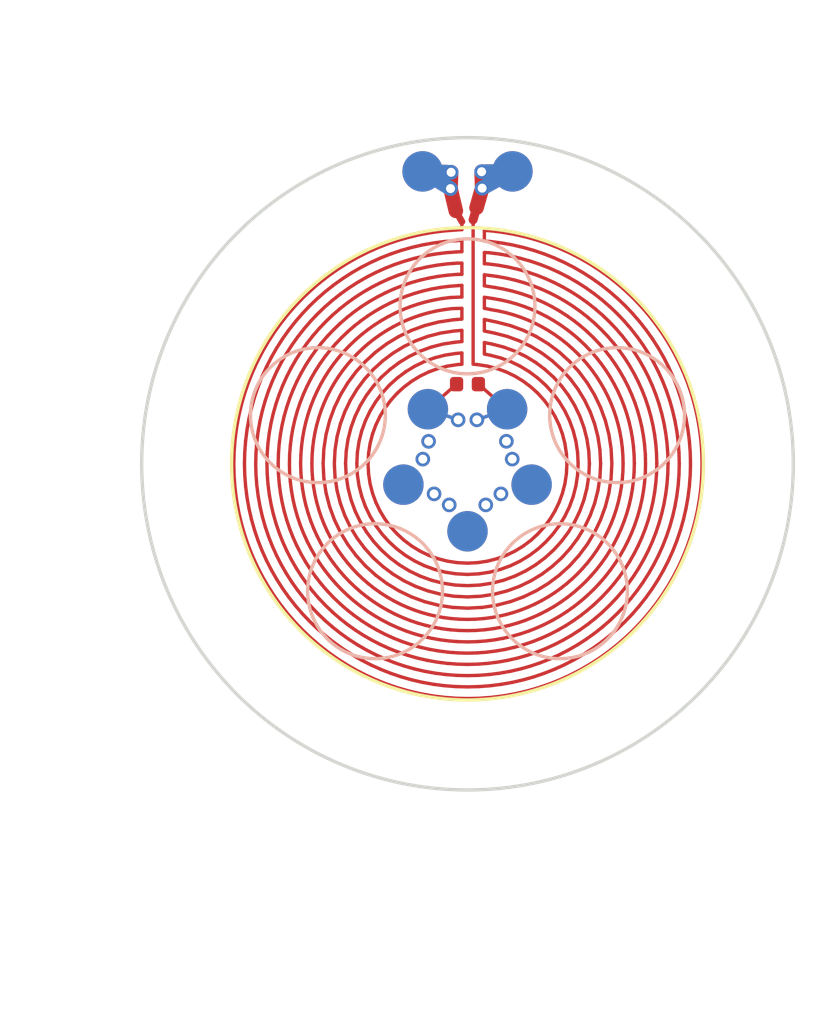
<source format=kicad_pcb>
(kicad_pcb (version 20171130) (host pcbnew 5.0.2-bee76a0~70~ubuntu18.04.1)

  (general
    (thickness 1.6)
    (drawings 7)
    (tracks 1385)
    (zones 0)
    (modules 16)
    (nets 5)
  )

  (page A4)
  (layers
    (0 F.Cu signal)
    (31 B.Cu signal)
    (32 B.Adhes user)
    (33 F.Adhes user)
    (35 F.Paste user)
    (36 B.SilkS user)
    (37 F.SilkS user)
    (38 B.Mask user hide)
    (39 F.Mask user hide)
    (40 Dwgs.User user)
    (41 Cmts.User user)
    (42 Eco1.User user)
    (43 Eco2.User user)
    (44 Edge.Cuts user)
    (45 Margin user)
    (46 B.CrtYd user)
    (47 F.CrtYd user)
    (48 B.Fab user)
    (49 F.Fab user)
  )

  (setup
    (last_trace_width 0.15)
    (trace_clearance 0.15)
    (zone_clearance 0.4)
    (zone_45_only no)
    (trace_min 0.15)
    (segment_width 0.15)
    (edge_width 0.15)
    (via_size 0.8)
    (via_drill 0.4)
    (via_min_size 0.4)
    (via_min_drill 0.3)
    (uvia_size 0.3)
    (uvia_drill 0.1)
    (uvias_allowed no)
    (uvia_min_size 0.2)
    (uvia_min_drill 0.1)
    (pcb_text_width 0.3)
    (pcb_text_size 1.5 1.5)
    (mod_edge_width 0.15)
    (mod_text_size 1 1)
    (mod_text_width 0.15)
    (pad_size 3.1 3.1)
    (pad_drill 3.1)
    (pad_to_mask_clearance 0.15)
    (solder_mask_min_width 0.15)
    (aux_axis_origin 0 0)
    (visible_elements 7FFFFFFF)
    (pcbplotparams
      (layerselection 0x010f0_ffffffff)
      (usegerberextensions false)
      (usegerberattributes false)
      (usegerberadvancedattributes false)
      (creategerberjobfile false)
      (excludeedgelayer true)
      (linewidth 0.100000)
      (plotframeref false)
      (viasonmask false)
      (mode 1)
      (useauxorigin false)
      (hpglpennumber 1)
      (hpglpenspeed 20)
      (hpglpendiameter 15.000000)
      (psnegative false)
      (psa4output false)
      (plotreference true)
      (plotvalue true)
      (plotinvisibletext false)
      (padsonsilk false)
      (subtractmaskfromsilk false)
      (outputformat 1)
      (mirror false)
      (drillshape 0)
      (scaleselection 1)
      (outputdirectory "Gerber/"))
  )

  (net 0 "")
  (net 1 "Net-(NTC1-Pad1)")
  (net 2 "Net-(NTC1-Pad2)")
  (net 3 "Net-(CB1-Pad1)")
  (net 4 "Net-(HB1-Pad1)")

  (net_class Default "This is the default net class."
    (clearance 0.15)
    (trace_width 0.15)
    (via_dia 0.8)
    (via_drill 0.4)
    (uvia_dia 0.3)
    (uvia_drill 0.1)
    (add_net "Net-(CB1-Pad1)")
    (add_net "Net-(HB1-Pad1)")
    (add_net "Net-(NTC1-Pad1)")
    (add_net "Net-(NTC1-Pad2)")
  )

  (net_class POWER ""
    (clearance 0.3)
    (trace_width 0.4)
    (via_dia 0.8)
    (via_drill 0.4)
    (uvia_dia 0.3)
    (uvia_drill 0.1)
  )

  (module GaudiLabsFootPrints:SolderPad1_8mm (layer F.Cu) (tedit 5D0CECCB) (tstamp 5D0CEE26)
    (at 98 87)
    (path /5D0BAC52)
    (fp_text reference SB2 (at 20.006 8.636) (layer F.SilkS) hide
      (effects (font (size 1 1) (thickness 0.15)))
    )
    (fp_text value PAD (at 8.5307 -26.1811) (layer F.Fab) hide
      (effects (font (size 1 1) (thickness 0.15)))
    )
    (pad 1 smd circle (at 0 0) (size 1.8 1.8) (layers F.Cu F.Paste F.Mask))
  )

  (module GaudiLabsFootPrints:SolderPad1_8mm (layer F.Cu) (tedit 5D0CECAB) (tstamp 5D0CEE1A)
    (at 102 87)
    (path /5D0BAC52)
    (fp_text reference SB2 (at 14.5197 12.3549) (layer F.SilkS) hide
      (effects (font (size 1 1) (thickness 0.15)))
    )
    (fp_text value PAD (at 8.5307 -26.1811) (layer F.Fab) hide
      (effects (font (size 1 1) (thickness 0.15)))
    )
    (pad 1 smd circle (at 0 0) (size 1.8 1.8) (layers F.Cu F.Paste F.Mask))
  )

  (module GaudiLabsFootPrints:SolderPad1_8mm (layer B.Cu) (tedit 5D0CED77) (tstamp 5D0CEDC8)
    (at 98 87)
    (path /5D0BAC52)
    (fp_text reference SB2 (at 14.5197 -12.3549) (layer B.SilkS) hide
      (effects (font (size 1 1) (thickness 0.15)) (justify mirror))
    )
    (fp_text value PAD (at 8.409 30.63) (layer B.Fab) hide
      (effects (font (size 1 1) (thickness 0.15)) (justify mirror))
    )
    (pad 1 smd circle (at 0 0) (size 1.8 1.8) (layers B.Cu B.Paste B.Mask))
  )

  (module GaudiLabsFootPrints:SolderPad1_8mm (layer B.Cu) (tedit 5D0CED48) (tstamp 5D0CED74)
    (at 102 87)
    (path /5D0BAC52)
    (fp_text reference SB2 (at 14.5197 -12.3549) (layer B.SilkS) hide
      (effects (font (size 1 1) (thickness 0.15)) (justify mirror))
    )
    (fp_text value PAD (at 8.5307 26.1811) (layer B.Fab) hide
      (effects (font (size 1 1) (thickness 0.15)) (justify mirror))
    )
    (pad 1 smd circle (at 0 0) (size 1.8 1.8) (layers B.Cu B.Paste B.Mask))
  )

  (module GaudiLabsFootPrints:SolderPad1_8mm (layer B.Cu) (tedit 5D0CA491) (tstamp 5D0BB2FD)
    (at 101.7633 97.5729)
    (path /5D0BAC52)
    (fp_text reference SB2 (at 14.5197 -12.3549) (layer B.SilkS) hide
      (effects (font (size 1 1) (thickness 0.15)) (justify mirror))
    )
    (fp_text value PAD (at 8.5307 26.1811) (layer B.Fab) hide
      (effects (font (size 1 1) (thickness 0.15)) (justify mirror))
    )
    (pad 1 smd circle (at 0 0) (size 1.8 1.8) (layers B.Cu B.Paste B.Mask)
      (net 1 "Net-(NTC1-Pad1)"))
  )

  (module GaudiLabsFootPrints:SolderPad1_8mm (layer F.Cu) (tedit 5D0CA48D) (tstamp 5D0B9DD5)
    (at 101.7633 97.5729)
    (path /5D0A1901)
    (fp_text reference ST2 (at 12.3567 -10.5529) (layer F.SilkS) hide
      (effects (font (size 1 1) (thickness 0.15)))
    )
    (fp_text value PAD (at 12.5197 22.0191) (layer F.Fab)
      (effects (font (size 1 1) (thickness 0.15)))
    )
    (pad 1 smd circle (at 0 0) (size 1.8 1.8) (layers F.Cu F.Paste F.Mask)
      (net 1 "Net-(NTC1-Pad1)"))
  )

  (module GaudiLabsFootPrints:SolderPad1_8mm (layer F.Cu) (tedit 5D0CA45B) (tstamp 5D083E86)
    (at 98.2366 97.5729)
    (path /5D0A1894)
    (fp_text reference ST1 (at -9.5276 -10.1129) (layer F.SilkS) hide
      (effects (font (size 1 1) (thickness 0.15)))
    )
    (fp_text value PAD (at 16.0894 24.2641) (layer F.Fab)
      (effects (font (size 1 1) (thickness 0.15)))
    )
    (pad 1 smd circle (at 0 0) (size 1.8 1.8) (layers F.Cu F.Paste F.Mask)
      (net 2 "Net-(NTC1-Pad2)"))
  )

  (module GaudiLabsFootPrints:SolderPad1_8mm (layer F.Cu) (tedit 5D0CA463) (tstamp 5D083EA3)
    (at 97.1468 100.927)
    (path /5D0A16BA)
    (fp_text reference HT1 (at -13.8278 6.704) (layer F.SilkS) hide
      (effects (font (size 1 1) (thickness 0.15)))
    )
    (fp_text value PAD (at 16.8792 13.946) (layer F.Fab)
      (effects (font (size 1 1) (thickness 0.15)))
    )
    (pad 1 smd circle (at 0 0) (size 1.8 1.8) (layers F.Cu F.Paste F.Mask)
      (net 4 "Net-(HB1-Pad1)"))
  )

  (module GaudiLabsFootPrints:SolderPad1_8mm (layer F.Cu) (tedit 5D0CA471) (tstamp 5D0B9E00)
    (at 100 103)
    (path /5D0BAB28)
    (fp_text reference HT2 (at -0.139 14.547) (layer F.SilkS) hide
      (effects (font (size 1 1) (thickness 0.15)))
    )
    (fp_text value PAD (at 14.627 21.068) (layer F.Fab)
      (effects (font (size 1 1) (thickness 0.15)))
    )
    (pad 1 smd circle (at 0 0) (size 1.8 1.8) (layers F.Cu F.Paste F.Mask)
      (net 4 "Net-(HB1-Pad1)"))
  )

  (module GaudiLabsFootPrints:SolderPad1_8mm (layer F.Cu) (tedit 5D0CA48A) (tstamp 5D083EDD)
    (at 102.853 100.927)
    (path /5D0BAD7E)
    (fp_text reference CT1 (at 13.43 5.912) (layer F.SilkS) hide
      (effects (font (size 1 1) (thickness 0.15)))
    )
    (fp_text value PAD (at 10.787 16.392) (layer F.Fab)
      (effects (font (size 1 1) (thickness 0.15)))
    )
    (pad 1 smd circle (at 0 0) (size 1.8 1.8) (layers F.Cu F.Paste F.Mask)
      (net 3 "Net-(CB1-Pad1)"))
  )

  (module Capacitor_SMD:C_0402_1005Metric (layer F.Cu) (tedit 5D0CA43C) (tstamp 5D0BB977)
    (at 99.999 96.459 180)
    (descr "Capacitor SMD 0402 (1005 Metric), square (rectangular) end terminal, IPC_7351 nominal, (Body size source: http://www.tortai-tech.com/upload/download/2011102023233369053.pdf), generated with kicad-footprint-generator")
    (tags capacitor)
    (path /5D0A142B)
    (attr smd)
    (fp_text reference NTC1 (at 0.344 18.497 180) (layer F.SilkS) hide
      (effects (font (size 1 1) (thickness 0.15)))
    )
    (fp_text value Thermistor_NTC (at -0.376 16.23 180) (layer F.Fab)
      (effects (font (size 1 1) (thickness 0.15)))
    )
    (fp_text user %R (at 0 0) (layer F.Fab)
      (effects (font (size 0.25 0.25) (thickness 0.04)))
    )
    (fp_line (start 0.93 0.47) (end -0.93 0.47) (layer F.CrtYd) (width 0.05))
    (fp_line (start 0.93 -0.47) (end 0.93 0.47) (layer F.CrtYd) (width 0.05))
    (fp_line (start -0.93 -0.47) (end 0.93 -0.47) (layer F.CrtYd) (width 0.05))
    (fp_line (start -0.93 0.47) (end -0.93 -0.47) (layer F.CrtYd) (width 0.05))
    (fp_line (start 0.5 0.25) (end -0.5 0.25) (layer F.Fab) (width 0.1))
    (fp_line (start 0.5 -0.25) (end 0.5 0.25) (layer F.Fab) (width 0.1))
    (fp_line (start -0.5 -0.25) (end 0.5 -0.25) (layer F.Fab) (width 0.1))
    (fp_line (start -0.5 0.25) (end -0.5 -0.25) (layer F.Fab) (width 0.1))
    (pad 2 smd roundrect (at 0.485 0 180) (size 0.59 0.64) (layers F.Cu F.Paste F.Mask) (roundrect_rratio 0.25)
      (net 2 "Net-(NTC1-Pad2)"))
    (pad 1 smd roundrect (at -0.485 0 180) (size 0.59 0.64) (layers F.Cu F.Paste F.Mask) (roundrect_rratio 0.25)
      (net 1 "Net-(NTC1-Pad1)"))
    (model ${KISYS3DMOD}/Capacitor_SMD.3dshapes/C_0402_1005Metric.wrl
      (at (xyz 0 0 0))
      (scale (xyz 1 1 1))
      (rotate (xyz 0 0 0))
    )
  )

  (module GaudiLabsFootPrints:Drill2_3 (layer F.Cu) (tedit 5D107B15) (tstamp 5D0B9B3A)
    (at 100 100)
    (fp_text reference REF** (at -18.702 -13.551) (layer F.SilkS) hide
      (effects (font (size 1 1) (thickness 0.15)))
    )
    (fp_text value Drill2_3 (at -17.776 -15.516) (layer F.Fab)
      (effects (font (size 1 1) (thickness 0.15)))
    )
    (pad "" np_thru_hole circle (at 0 0) (size 3.1 3.1) (drill 3.1) (layers *.Cu *.Mask))
  )

  (module GaudiLabsFootPrints:SolderPad1_8mm (layer B.Cu) (tedit 5D0CA486) (tstamp 5D0BB79B)
    (at 102.853 100.927)
    (path /5D0BAE67)
    (fp_text reference CB1 (at 13.607 3.798) (layer B.SilkS) hide
      (effects (font (size 1 1) (thickness 0.15)) (justify mirror))
    )
    (fp_text value PAD (at 7.055 14.308) (layer B.Fab) hide
      (effects (font (size 1 1) (thickness 0.15)) (justify mirror))
    )
    (pad 1 smd circle (at 0 0) (size 1.8 1.8) (layers B.Cu B.Paste B.Mask)
      (net 3 "Net-(CB1-Pad1)"))
  )

  (module GaudiLabsFootPrints:SolderPad1_8mm (layer B.Cu) (tedit 5D0CA47A) (tstamp 5D0BB7A0)
    (at 97.1468 100.927)
    (path /5D0BAAF4)
    (fp_text reference HB1 (at -13.8698 4.682) (layer B.SilkS) hide
      (effects (font (size 1 1) (thickness 0.15)) (justify mirror))
    )
    (fp_text value PAD (at 12.8462 18.022) (layer B.Fab) hide
      (effects (font (size 1 1) (thickness 0.15)) (justify mirror))
    )
    (pad 1 smd circle (at 0 0) (size 1.8 1.8) (layers B.Cu B.Paste B.Mask)
      (net 4 "Net-(HB1-Pad1)"))
  )

  (module GaudiLabsFootPrints:SolderPad1_8mm (layer B.Cu) (tedit 5D0CA476) (tstamp 5D0BB7A5)
    (at 100 103)
    (path /5D0A17DF)
    (fp_text reference HB2 (at 0.247 16.927) (layer B.SilkS) hide
      (effects (font (size 1 1) (thickness 0.15)) (justify mirror))
    )
    (fp_text value PAD (at 9.908 14.123) (layer B.Fab) hide
      (effects (font (size 1 1) (thickness 0.15)) (justify mirror))
    )
    (pad 1 smd circle (at 0 0) (size 1.8 1.8) (layers B.Cu B.Paste B.Mask)
      (net 4 "Net-(HB1-Pad1)"))
  )

  (module GaudiLabsFootPrints:SolderPad1_8mm (layer B.Cu) (tedit 5D0CA47E) (tstamp 5D0BB7AA)
    (at 98.2366 97.5729)
    (path /5D0BAAB6)
    (fp_text reference SB1 (at -8.3626 -11.6149) (layer B.SilkS) hide
      (effects (font (size 1 1) (thickness 0.15)) (justify mirror))
    )
    (fp_text value PAD (at 12.0574 23.6491) (layer B.Fab) hide
      (effects (font (size 1 1) (thickness 0.15)) (justify mirror))
    )
    (pad 1 smd circle (at 0 0) (size 1.8 1.8) (layers B.Cu B.Paste B.Mask)
      (net 2 "Net-(NTC1-Pad2)"))
  )

  (gr_circle (center 100 100) (end 110.5 100) (layer F.SilkS) (width 0.15))
  (gr_circle (center 100 100) (end 114.5 100) (layer Edge.Cuts) (width 0.15))
  (gr_circle (center 104.1145 105.663) (end 107.1145 105.663) (layer B.SilkS) (width 0.15) (tstamp 5D13F994))
  (gr_circle (center 95.886 105.663) (end 98.886 105.663) (layer B.SilkS) (width 0.15) (tstamp 5D13F98C))
  (gr_circle (center 93.342 97.837) (end 96.342 97.837) (layer B.SilkS) (width 0.15) (tstamp 5D13F98A))
  (gr_circle (center 106.657 97.837) (end 109.657 97.837) (layer B.SilkS) (width 0.15) (tstamp 5D13F988))
  (gr_circle (center 100 93) (end 103 93) (layer B.SilkS) (width 0.15) (tstamp 5D13F980))

  (segment (start 90.06818 96.91591) (end 90.232 96.43171) (width 0.15) (layer F.Cu) (net 0))
  (segment (start 100.019895 110.43612) (end 99.483665 110.42252) (width 0.15) (layer F.Cu) (net 0))
  (segment (start 96.92125 109.96752) (end 96.43708 109.80368) (width 0.15) (layer F.Cu) (net 0))
  (segment (start 107.388075 92.64596) (end 107.733105 93.00788) (width 0.15) (layer F.Cu) (net 0))
  (segment (start 107.733105 93.00788) (end 108.060615 93.38601) (width 0.15) (layer F.Cu) (net 0))
  (segment (start 108.060615 93.38601) (end 108.369955 93.77969) (width 0.15) (layer F.Cu) (net 0))
  (segment (start 108.369955 93.77969) (end 108.660475 94.18826) (width 0.15) (layer F.Cu) (net 0))
  (segment (start 108.660475 94.18826) (end 108.931515 94.61109) (width 0.15) (layer F.Cu) (net 0))
  (segment (start 108.931515 94.61109) (end 109.182415 95.04749) (width 0.15) (layer F.Cu) (net 0))
  (segment (start 109.182415 95.04749) (end 109.412535 95.49684) (width 0.15) (layer F.Cu) (net 0))
  (segment (start 109.412535 95.49684) (end 109.621205 95.95846) (width 0.15) (layer F.Cu) (net 0))
  (segment (start 109.621205 95.95846) (end 109.807785 96.43171) (width 0.15) (layer F.Cu) (net 0))
  (segment (start 109.807785 96.43171) (end 109.971605 96.91591) (width 0.15) (layer F.Cu) (net 0))
  (segment (start 109.971605 96.91591) (end 110.112025 97.41044) (width 0.15) (layer F.Cu) (net 0))
  (segment (start 110.112025 97.41044) (end 110.228375 97.91461) (width 0.15) (layer F.Cu) (net 0))
  (segment (start 110.228375 97.91461) (end 110.319975 98.4278) (width 0.15) (layer F.Cu) (net 0))
  (segment (start 110.319975 98.4278) (end 110.386275 98.94935) (width 0.15) (layer F.Cu) (net 0))
  (segment (start 110.386275 98.94935) (end 110.426475 99.47858) (width 0.15) (layer F.Cu) (net 0))
  (segment (start 110.426475 99.47858) (end 110.440075 100.01485) (width 0.15) (layer F.Cu) (net 0))
  (segment (start 90.85737 104.98222) (end 90.62725 104.53287) (width 0.15) (layer F.Cu) (net 0))
  (segment (start 89.61331 99.47858) (end 89.65351 98.94935) (width 0.15) (layer F.Cu) (net 0))
  (segment (start 96.92125 90.06219) (end 97.41573 89.92175) (width 0.15) (layer F.Cu) (net 0))
  (segment (start 93.01359 92.3009) (end 93.39169 91.97336) (width 0.15) (layer F.Cu) (net 0))
  (segment (start 110.426475 100.55112) (end 110.386275 101.08036) (width 0.15) (layer F.Cu) (net 0))
  (segment (start 90.62725 95.49684) (end 90.85737 95.04749) (width 0.15) (layer F.Cu) (net 0))
  (segment (start 103.602705 109.80369) (end 103.118535 109.96752) (width 0.15) (layer F.Cu) (net 0))
  (segment (start 102.119925 89.80539) (end 102.624055 89.92175) (width 0.15) (layer F.Cu) (net 0))
  (segment (start 90.85737 95.04749) (end 91.10827 94.61109) (width 0.15) (layer F.Cu) (net 0))
  (segment (start 89.65351 98.94935) (end 89.71981 98.42781) (width 0.15) (layer F.Cu) (net 0))
  (segment (start 107.026185 92.30091) (end 107.388075 92.64596) (width 0.15) (layer F.Cu) (net 0))
  (segment (start 99.483665 110.42252) (end 98.95449 110.38232) (width 0.15) (layer F.Cu) (net 0))
  (segment (start 109.412535 104.53287) (end 109.182415 104.98222) (width 0.15) (layer F.Cu) (net 0))
  (segment (start 89.92776 97.41044) (end 90.06818 96.91591) (width 0.15) (layer F.Cu) (net 0))
  (segment (start 91.10827 94.61109) (end 91.37931 94.18826) (width 0.15) (layer F.Cu) (net 0))
  (segment (start 109.621205 104.07125) (end 109.412535 104.53287) (width 0.15) (layer F.Cu) (net 0))
  (segment (start 94.19387 108.65627) (end 93.78533 108.36572) (width 0.15) (layer F.Cu) (net 0))
  (segment (start 108.060615 106.6437) (end 107.733105 107.02183) (width 0.15) (layer F.Cu) (net 0))
  (segment (start 103.118535 109.96752) (end 102.624055 110.10796) (width 0.15) (layer F.Cu) (net 0))
  (segment (start 91.66983 106.25002) (end 91.37931 105.84144) (width 0.15) (layer F.Cu) (net 0))
  (segment (start 106.254455 108.36572) (end 105.845915 108.65627) (width 0.15) (layer F.Cu) (net 0))
  (segment (start 109.971605 103.1138) (end 109.807785 103.598) (width 0.15) (layer F.Cu) (net 0))
  (segment (start 106.648095 91.97336) (end 107.026185 92.30091) (width 0.15) (layer F.Cu) (net 0))
  (segment (start 89.81141 97.91461) (end 89.92776 97.41044) (width 0.15) (layer F.Cu) (net 0))
  (segment (start 101.606785 110.31602) (end 101.085295 110.38232) (width 0.15) (layer F.Cu) (net 0))
  (segment (start 98.95449 110.38232) (end 98.433 110.31602) (width 0.15) (layer F.Cu) (net 0))
  (segment (start 97.41573 110.10796) (end 96.92125 109.96752) (width 0.15) (layer F.Cu) (net 0))
  (segment (start 93.0136 107.7288) (end 92.65171 107.38375) (width 0.15) (layer F.Cu) (net 0))
  (segment (start 93.39169 91.97336) (end 93.78533 91.66399) (width 0.15) (layer F.Cu) (net 0))
  (segment (start 101.606785 89.71369) (end 102.119925 89.80539) (width 0.15) (layer F.Cu) (net 0))
  (segment (start 93.78533 91.66399) (end 94.19387 91.37344) (width 0.15) (layer F.Cu) (net 0))
  (segment (start 90.06818 103.1138) (end 89.92776 102.61927) (width 0.15) (layer F.Cu) (net 0))
  (segment (start 95.96389 109.6171) (end 95.50231 109.40839) (width 0.15) (layer F.Cu) (net 0))
  (segment (start 102.624055 110.10796) (end 102.119925 110.22432) (width 0.15) (layer F.Cu) (net 0))
  (segment (start 106.648095 108.05634) (end 106.254455 108.36572) (width 0.15) (layer F.Cu) (net 0))
  (segment (start 89.71981 101.6019) (end 89.65351 101.08036) (width 0.15) (layer F.Cu) (net 0))
  (segment (start 104.986775 109.17826) (end 104.537475 109.40839) (width 0.15) (layer F.Cu) (net 0))
  (segment (start 95.05302 90.85145) (end 95.50231 90.62131) (width 0.15) (layer F.Cu) (net 0))
  (segment (start 108.931515 105.41861) (end 108.660475 105.84144) (width 0.15) (layer F.Cu) (net 0))
  (segment (start 105.845915 108.65627) (end 105.423135 108.92733) (width 0.15) (layer F.Cu) (net 0))
  (segment (start 106.254455 91.66399) (end 106.648095 91.97336) (width 0.15) (layer F.Cu) (net 0))
  (segment (start 104.075895 109.6171) (end 103.602705 109.80369) (width 0.15) (layer F.Cu) (net 0))
  (segment (start 93.39169 108.05634) (end 93.0136 107.7288) (width 0.15) (layer F.Cu) (net 0))
  (segment (start 98.433 89.71369) (end 98.95449 89.64739) (width 0.15) (layer F.Cu) (net 0))
  (segment (start 92.30668 93.00788) (end 92.65171 92.64596) (width 0.15) (layer F.Cu) (net 0))
  (segment (start 91.97917 106.6437) (end 91.66983 106.25002) (width 0.15) (layer F.Cu) (net 0))
  (segment (start 95.05302 109.17826) (end 94.61665 108.92733) (width 0.15) (layer F.Cu) (net 0))
  (segment (start 110.386275 101.08036) (end 110.319975 101.60191) (width 0.15) (layer F.Cu) (net 0))
  (segment (start 110.319975 101.60191) (end 110.228375 102.11509) (width 0.15) (layer F.Cu) (net 0))
  (segment (start 91.66983 93.7797) (end 91.97917 93.38601) (width 0.15) (layer F.Cu) (net 0))
  (segment (start 92.30668 107.02183) (end 91.97917 106.6437) (width 0.15) (layer F.Cu) (net 0))
  (segment (start 94.61665 91.10237) (end 95.05302 90.85145) (width 0.15) (layer F.Cu) (net 0))
  (segment (start 89.92776 102.61927) (end 89.81141 102.11509) (width 0.15) (layer F.Cu) (net 0))
  (segment (start 110.228375 102.11509) (end 110.112025 102.61927) (width 0.15) (layer F.Cu) (net 0))
  (segment (start 95.96389 90.41261) (end 96.43708 90.22602) (width 0.15) (layer F.Cu) (net 0))
  (segment (start 92.65171 92.64596) (end 93.01359 92.3009) (width 0.15) (layer F.Cu) (net 0))
  (segment (start 90.62725 104.53287) (end 90.41858 104.07125) (width 0.15) (layer F.Cu) (net 0))
  (segment (start 100.556115 110.42252) (end 100.019895 110.43612) (width 0.15) (layer F.Cu) (net 0))
  (segment (start 94.61665 108.92733) (end 94.19387 108.65627) (width 0.15) (layer F.Cu) (net 0))
  (segment (start 95.50231 90.62131) (end 95.96389 90.41261) (width 0.15) (layer F.Cu) (net 0))
  (segment (start 101.085295 89.64739) (end 101.606785 89.71369) (width 0.15) (layer F.Cu) (net 0))
  (segment (start 89.65351 101.08036) (end 89.61331 100.55112) (width 0.15) (layer F.Cu) (net 0))
  (segment (start 103.602705 90.22603) (end 104.075895 90.41261) (width 0.15) (layer F.Cu) (net 0))
  (segment (start 91.97917 93.38601) (end 92.30668 93.00788) (width 0.15) (layer F.Cu) (net 0))
  (segment (start 97.91986 89.80539) (end 98.433 89.71369) (width 0.15) (layer F.Cu) (net 0))
  (segment (start 91.37931 94.18826) (end 91.66983 93.7797) (width 0.15) (layer F.Cu) (net 0))
  (segment (start 96.43708 90.22602) (end 96.92125 90.06219) (width 0.15) (layer F.Cu) (net 0))
  (segment (start 94.19387 91.37344) (end 94.61665 91.10237) (width 0.15) (layer F.Cu) (net 0))
  (segment (start 109.807785 103.598) (end 109.621205 104.07125) (width 0.15) (layer F.Cu) (net 0))
  (segment (start 104.075895 90.41261) (end 104.537475 90.62131) (width 0.15) (layer F.Cu) (net 0))
  (segment (start 90.41858 95.95846) (end 90.62725 95.49684) (width 0.15) (layer F.Cu) (net 0))
  (segment (start 91.10827 105.41861) (end 90.85737 104.98222) (width 0.15) (layer F.Cu) (net 0))
  (segment (start 101.085295 110.38232) (end 100.556115 110.42252) (width 0.15) (layer F.Cu) (net 0))
  (segment (start 96.43708 109.80368) (end 95.96389 109.6171) (width 0.15) (layer F.Cu) (net 0))
  (segment (start 105.845915 91.37344) (end 106.254455 91.66399) (width 0.15) (layer F.Cu) (net 0))
  (segment (start 104.986765 90.85145) (end 105.423135 91.10237) (width 0.15) (layer F.Cu) (net 0))
  (segment (start 89.71981 98.42781) (end 89.81141 97.91461) (width 0.15) (layer F.Cu) (net 0))
  (segment (start 89.81141 102.11509) (end 89.71981 101.6019) (width 0.15) (layer F.Cu) (net 0))
  (segment (start 90.41858 104.07125) (end 90.232 103.598) (width 0.15) (layer F.Cu) (net 0))
  (segment (start 104.537475 90.62131) (end 104.986765 90.85145) (width 0.15) (layer F.Cu) (net 0))
  (segment (start 103.118535 90.06219) (end 103.602705 90.22603) (width 0.15) (layer F.Cu) (net 0))
  (segment (start 108.369955 106.25001) (end 108.060615 106.6437) (width 0.15) (layer F.Cu) (net 0))
  (segment (start 104.537475 109.40839) (end 104.075895 109.6171) (width 0.15) (layer F.Cu) (net 0))
  (segment (start 92.65171 107.38375) (end 92.30668 107.02183) (width 0.15) (layer F.Cu) (net 0))
  (segment (start 89.61331 100.55112) (end 89.59971 100.01485) (width 0.15) (layer F.Cu) (net 0))
  (segment (start 105.423135 91.10237) (end 105.845915 91.37344) (width 0.15) (layer F.Cu) (net 0))
  (segment (start 97.91987 110.22432) (end 97.41573 110.10796) (width 0.15) (layer F.Cu) (net 0))
  (segment (start 90.232 96.43171) (end 90.41858 95.95846) (width 0.15) (layer F.Cu) (net 0))
  (segment (start 109.182415 104.98222) (end 108.931515 105.41861) (width 0.15) (layer F.Cu) (net 0))
  (segment (start 105.423135 108.92733) (end 104.986775 109.17826) (width 0.15) (layer F.Cu) (net 0))
  (segment (start 110.440075 100.01485) (end 110.426475 100.55112) (width 0.15) (layer F.Cu) (net 0))
  (segment (start 89.59971 100.01485) (end 89.61331 99.47858) (width 0.15) (layer F.Cu) (net 0))
  (segment (start 95.50231 109.40839) (end 95.05302 109.17826) (width 0.15) (layer F.Cu) (net 0))
  (segment (start 102.119925 110.22432) (end 101.606785 110.31602) (width 0.15) (layer F.Cu) (net 0))
  (segment (start 107.733105 107.02183) (end 107.388075 107.38375) (width 0.15) (layer F.Cu) (net 0))
  (segment (start 98.433 110.31602) (end 97.91987 110.22432) (width 0.15) (layer F.Cu) (net 0))
  (segment (start 102.624055 89.92175) (end 103.118535 90.06219) (width 0.15) (layer F.Cu) (net 0))
  (segment (start 93.78533 108.36572) (end 93.39169 108.05634) (width 0.15) (layer F.Cu) (net 0))
  (segment (start 107.026195 107.72881) (end 106.648095 108.05634) (width 0.15) (layer F.Cu) (net 0))
  (segment (start 110.112025 102.61927) (end 109.971605 103.1138) (width 0.15) (layer F.Cu) (net 0))
  (segment (start 108.660475 105.84144) (end 108.369955 106.25001) (width 0.15) (layer F.Cu) (net 0))
  (segment (start 97.41573 89.92175) (end 97.91986 89.80539) (width 0.15) (layer F.Cu) (net 0))
  (segment (start 91.37931 105.84144) (end 91.10827 105.41861) (width 0.15) (layer F.Cu) (net 0))
  (segment (start 107.388075 107.38375) (end 107.026195 107.72881) (width 0.15) (layer F.Cu) (net 0))
  (segment (start 90.232 103.598) (end 90.06818 103.1138) (width 0.15) (layer F.Cu) (net 0))
  (segment (start 95.630463 107.19773) (end 95.288635 106.97858) (width 0.15) (layer F.Cu) (net 0))
  (segment (start 95.983277 107.40059) (end 95.630463 107.19773) (width 0.15) (layer F.Cu) (net 0))
  (segment (start 96.346546 107.58665) (end 95.983277 107.40059) (width 0.15) (layer F.Cu) (net 0))
  (segment (start 92.404933 103.64503) (end 92.236215 103.27184) (width 0.15) (layer F.Cu) (net 0))
  (segment (start 92.590988 104.0083) (end 92.404933 103.64503) (width 0.15) (layer F.Cu) (net 0))
  (segment (start 92.793853 104.36111) (end 92.590988 104.0083) (width 0.15) (layer F.Cu) (net 0))
  (segment (start 105.039931 106.7437) (end 104.709619 106.97859) (width 0.15) (layer F.Cu) (net 0))
  (segment (start 105.358203 106.49359) (end 105.039931 106.7437) (width 0.15) (layer F.Cu) (net 0))
  (segment (start 105.6639 106.22879) (end 105.358203 106.49359) (width 0.15) (layer F.Cu) (net 0))
  (segment (start 99.137721 108.37401) (end 98.716084 108.32041) (width 0.15) (layer F.Cu) (net 0))
  (segment (start 99.565578 108.40651) (end 99.137721 108.37401) (width 0.15) (layer F.Cu) (net 0))
  (segment (start 99.999127 108.41751) (end 99.565578 108.40651) (width 0.15) (layer F.Cu) (net 0))
  (segment (start 101.697056 108.24631) (end 101.282171 108.32041) (width 0.15) (layer F.Cu) (net 0))
  (segment (start 102.104658 108.15221) (end 101.697056 108.24631) (width 0.15) (layer F.Cu) (net 0))
  (segment (start 102.504461 108.03868) (end 102.104658 108.15221) (width 0.15) (layer F.Cu) (net 0))
  (segment (start 93.012993 104.70294) (end 92.793853 104.36111) (width 0.15) (layer F.Cu) (net 0))
  (segment (start 93.247882 105.03326) (end 93.012993 104.70294) (width 0.15) (layer F.Cu) (net 0))
  (segment (start 93.497995 105.35153) (end 93.247882 105.03326) (width 0.15) (layer F.Cu) (net 0))
  (segment (start 91.952913 97.48712) (end 92.085369 97.09565) (width 0.15) (layer F.Cu) (net 0))
  (segment (start 91.839381 97.88692) (end 91.952913 97.48712) (width 0.15) (layer F.Cu) (net 0))
  (segment (start 91.745311 98.29452) (end 91.839381 97.88692) (width 0.15) (layer F.Cu) (net 0))
  (segment (start 101.282174 91.6646) (end 101.69706 91.7387) (width 0.15) (layer F.Cu) (net 0))
  (segment (start 91.671221 98.70941) (end 91.745311 98.29452) (width 0.15) (layer F.Cu) (net 0))
  (segment (start 91.617641 99.13104) (end 91.671221 98.70941) (width 0.15) (layer F.Cu) (net 0))
  (segment (start 91.585101 99.5589) (end 91.617641 99.13104) (width 0.15) (layer F.Cu) (net 0))
  (segment (start 93.762799 94.32768) (end 94.041764 94.03508) (width 0.15) (layer F.Cu) (net 0))
  (segment (start 93.498 94.63337) (end 93.762799 94.32768) (width 0.15) (layer F.Cu) (net 0))
  (segment (start 93.247891 94.95164) (end 93.498 94.63337) (width 0.15) (layer F.Cu) (net 0))
  (segment (start 96.719745 92.22954) (end 97.102337 92.07869) (width 0.15) (layer F.Cu) (net 0))
  (segment (start 96.34655 92.39826) (end 96.719745 92.22954) (width 0.15) (layer F.Cu) (net 0))
  (segment (start 95.983281 92.58431) (end 96.34655 92.39826) (width 0.15) (layer F.Cu) (net 0))
  (segment (start 94.640051 106.49358) (end 94.334356 106.22878) (width 0.15) (layer F.Cu) (net 0))
  (segment (start 94.958323 106.74369) (end 94.640051 106.49358) (width 0.15) (layer F.Cu) (net 0))
  (segment (start 95.288635 106.97858) (end 94.958323 106.74369) (width 0.15) (layer F.Cu) (net 0))
  (segment (start 104.014977 107.4006) (end 103.651708 107.58665) (width 0.15) (layer F.Cu) (net 0))
  (segment (start 104.367789 107.19773) (end 104.014977 107.4006) (width 0.15) (layer F.Cu) (net 0))
  (segment (start 104.709619 106.97859) (end 104.367789 107.19773) (width 0.15) (layer F.Cu) (net 0))
  (segment (start 91.952909 102.49778) (end 91.839381 102.09798) (width 0.15) (layer F.Cu) (net 0))
  (segment (start 92.085362 102.88925) (end 91.952909 102.49778) (width 0.15) (layer F.Cu) (net 0))
  (segment (start 92.236215 103.27184) (end 92.085362 102.88925) (width 0.15) (layer F.Cu) (net 0))
  (segment (start 95.63047 92.78718) (end 95.983281 92.58431) (width 0.15) (layer F.Cu) (net 0))
  (segment (start 95.28864 93.00632) (end 95.63047 92.78718) (width 0.15) (layer F.Cu) (net 0))
  (segment (start 94.958327 93.24121) (end 95.28864 93.00632) (width 0.15) (layer F.Cu) (net 0))
  (segment (start 100.432675 108.40651) (end 99.999127 108.41751) (width 0.15) (layer F.Cu) (net 0))
  (segment (start 100.860533 108.37401) (end 100.432675 108.40651) (width 0.15) (layer F.Cu) (net 0))
  (segment (start 101.282171 108.32041) (end 100.860533 108.37401) (width 0.15) (layer F.Cu) (net 0))
  (segment (start 93.762797 105.65722) (end 93.497995 105.35153) (width 0.15) (layer F.Cu) (net 0))
  (segment (start 94.04176 105.94982) (end 93.762797 105.65722) (width 0.15) (layer F.Cu) (net 0))
  (segment (start 94.334356 106.22878) (end 94.04176 105.94982) (width 0.15) (layer F.Cu) (net 0))
  (segment (start 107.407266 104.00831) (end 107.204403 104.36112) (width 0.15) (layer F.Cu) (net 0))
  (segment (start 107.593322 103.64504) (end 107.407266 104.00831) (width 0.15) (layer F.Cu) (net 0))
  (segment (start 107.762039 103.27185) (end 107.593322 103.64504) (width 0.15) (layer F.Cu) (net 0))
  (segment (start 102.895921 107.90622) (end 102.504461 108.03868) (width 0.15) (layer F.Cu) (net 0))
  (segment (start 103.278513 107.75537) (end 102.895921 107.90622) (width 0.15) (layer F.Cu) (net 0))
  (segment (start 103.651708 107.58665) (end 103.278513 107.75537) (width 0.15) (layer F.Cu) (net 0))
  (segment (start 92.404937 96.33987) (end 92.590993 95.9766) (width 0.15) (layer F.Cu) (net 0))
  (segment (start 92.23622 96.71306) (end 92.404937 96.33987) (width 0.15) (layer F.Cu) (net 0))
  (segment (start 92.085369 97.09565) (end 92.23622 96.71306) (width 0.15) (layer F.Cu) (net 0))
  (segment (start 108.413163 100.42601) (end 108.380623 100.85387) (width 0.15) (layer F.Cu) (net 0))
  (segment (start 108.424123 99.99246) (end 108.413163 100.42601) (width 0.15) (layer F.Cu) (net 0))
  (segment (start 107.912889 102.88926) (end 107.762039 103.27185) (width 0.15) (layer F.Cu) (net 0))
  (segment (start 108.045345 102.49779) (end 107.912889 102.88926) (width 0.15) (layer F.Cu) (net 0))
  (segment (start 108.158873 102.09799) (end 108.045345 102.49779) (width 0.15) (layer F.Cu) (net 0))
  (segment (start 108.413158 99.55901) (end 108.424118 99.99256) (width 0.15) (layer F.Cu) (net 0))
  (segment (start 108.380628 99.13115) (end 108.413158 99.55901) (width 0.15) (layer F.Cu) (net 0))
  (segment (start 108.327048 98.70951) (end 108.380628 99.13115) (width 0.15) (layer F.Cu) (net 0))
  (segment (start 108.252958 98.29463) (end 108.327048 98.70951) (width 0.15) (layer F.Cu) (net 0))
  (segment (start 106.750375 94.95175) (end 106.985264 95.28207) (width 0.15) (layer F.Cu) (net 0))
  (segment (start 106.500262 94.63348) (end 106.750375 94.95175) (width 0.15) (layer F.Cu) (net 0))
  (segment (start 106.235461 94.32779) (end 106.500262 94.63348) (width 0.15) (layer F.Cu) (net 0))
  (segment (start 105.956498 94.03519) (end 106.235461 94.32779) (width 0.15) (layer F.Cu) (net 0))
  (segment (start 108.424118 99.99256) (end 108.424123 99.99246) (width 0.15) (layer F.Cu) (net 0))
  (segment (start 94.640056 93.49132) (end 94.958327 93.24121) (width 0.15) (layer F.Cu) (net 0))
  (segment (start 94.334359 93.75612) (end 94.640056 93.49132) (width 0.15) (layer F.Cu) (net 0))
  (segment (start 94.041764 94.03508) (end 94.334359 93.75612) (width 0.15) (layer F.Cu) (net 0))
  (segment (start 108.252953 101.69039) (end 108.158873 102.09799) (width 0.15) (layer F.Cu) (net 0))
  (segment (start 108.327043 101.2755) (end 108.252953 101.69039) (width 0.15) (layer F.Cu) (net 0))
  (segment (start 108.380623 100.85387) (end 108.327043 101.2755) (width 0.15) (layer F.Cu) (net 0))
  (segment (start 104.367794 92.78728) (end 104.709622 93.00643) (width 0.15) (layer F.Cu) (net 0))
  (segment (start 104.014981 92.58442) (end 104.367794 92.78728) (width 0.15) (layer F.Cu) (net 0))
  (segment (start 103.651712 92.39837) (end 104.014981 92.58442) (width 0.15) (layer F.Cu) (net 0))
  (segment (start 103.278517 92.22965) (end 103.651712 92.39837) (width 0.15) (layer F.Cu) (net 0))
  (segment (start 96.719741 107.75536) (end 96.346546 107.58665) (width 0.15) (layer F.Cu) (net 0))
  (segment (start 97.102338 107.90622) (end 96.719741 107.75536) (width 0.15) (layer F.Cu) (net 0))
  (segment (start 97.493793 108.03867) (end 97.102338 107.90622) (width 0.15) (layer F.Cu) (net 0))
  (segment (start 98.301202 91.7386) (end 98.716087 91.6645) (width 0.15) (layer F.Cu) (net 0))
  (segment (start 97.893588 108.15221) (end 97.493793 108.03867) (width 0.15) (layer F.Cu) (net 0))
  (segment (start 98.301198 108.24631) (end 97.893588 108.15221) (width 0.15) (layer F.Cu) (net 0))
  (segment (start 98.716084 108.32041) (end 98.301198 108.24631) (width 0.15) (layer F.Cu) (net 0))
  (segment (start 105.956494 105.94983) (end 105.6639 106.22879) (width 0.15) (layer F.Cu) (net 0))
  (segment (start 106.235459 105.65723) (end 105.956494 105.94983) (width 0.15) (layer F.Cu) (net 0))
  (segment (start 106.500259 105.35154) (end 106.235459 105.65723) (width 0.15) (layer F.Cu) (net 0))
  (segment (start 91.671211 101.2755) (end 91.617631 100.85386) (width 0.15) (layer F.Cu) (net 0))
  (segment (start 91.745301 101.69038) (end 91.671211 101.2755) (width 0.15) (layer F.Cu) (net 0))
  (segment (start 91.839381 102.09798) (end 91.745301 101.69038) (width 0.15) (layer F.Cu) (net 0))
  (segment (start 91.574141 99.99245) (end 91.585101 99.5589) (width 0.15) (layer F.Cu) (net 0))
  (segment (start 91.585101 100.426) (end 91.574141 99.99245) (width 0.15) (layer F.Cu) (net 0))
  (segment (start 91.617631 100.85386) (end 91.585101 100.426) (width 0.15) (layer F.Cu) (net 0))
  (segment (start 106.750368 105.03327) (end 106.500259 105.35154) (width 0.15) (layer F.Cu) (net 0))
  (segment (start 106.985261 104.70295) (end 106.750368 105.03327) (width 0.15) (layer F.Cu) (net 0))
  (segment (start 107.204403 104.36112) (end 106.985261 104.70295) (width 0.15) (layer F.Cu) (net 0))
  (segment (start 97.89359 91.8327) (end 98.301202 91.7386) (width 0.15) (layer F.Cu) (net 0))
  (segment (start 97.493797 91.94623) (end 97.89359 91.8327) (width 0.15) (layer F.Cu) (net 0))
  (segment (start 97.102337 92.07869) (end 97.493797 91.94623) (width 0.15) (layer F.Cu) (net 0))
  (segment (start 107.593324 96.33998) (end 107.762042 96.71317) (width 0.15) (layer F.Cu) (net 0))
  (segment (start 107.407269 95.97671) (end 107.593324 96.33998) (width 0.15) (layer F.Cu) (net 0))
  (segment (start 107.204404 95.6239) (end 107.407269 95.97671) (width 0.15) (layer F.Cu) (net 0))
  (segment (start 106.985264 95.28207) (end 107.204404 95.6239) (width 0.15) (layer F.Cu) (net 0))
  (segment (start 105.663901 93.75623) (end 105.956498 94.03519) (width 0.15) (layer F.Cu) (net 0))
  (segment (start 105.358206 93.49143) (end 105.663901 93.75623) (width 0.15) (layer F.Cu) (net 0))
  (segment (start 105.039935 93.24132) (end 105.358206 93.49143) (width 0.15) (layer F.Cu) (net 0))
  (segment (start 104.709622 93.00643) (end 105.039935 93.24132) (width 0.15) (layer F.Cu) (net 0))
  (segment (start 93.012998 95.28196) (end 93.247891 94.95164) (width 0.15) (layer F.Cu) (net 0))
  (segment (start 92.793856 95.62379) (end 93.012998 95.28196) (width 0.15) (layer F.Cu) (net 0))
  (segment (start 92.590993 95.9766) (end 92.793856 95.62379) (width 0.15) (layer F.Cu) (net 0))
  (segment (start 102.89593 92.0788) (end 103.278517 92.22965) (width 0.15) (layer F.Cu) (net 0))
  (segment (start 102.504465 91.94634) (end 102.89593 92.0788) (width 0.15) (layer F.Cu) (net 0))
  (segment (start 102.104669 91.8328) (end 102.504465 91.94634) (width 0.15) (layer F.Cu) (net 0))
  (segment (start 101.69706 91.7387) (end 102.104669 91.8328) (width 0.15) (layer F.Cu) (net 0))
  (segment (start 108.158878 97.88703) (end 108.252958 98.29463) (width 0.15) (layer F.Cu) (net 0))
  (segment (start 108.045349 97.48723) (end 108.158878 97.88703) (width 0.15) (layer F.Cu) (net 0))
  (segment (start 107.912895 97.09576) (end 108.045349 97.48723) (width 0.15) (layer F.Cu) (net 0))
  (segment (start 107.762042 96.71317) (end 107.912895 97.09576) (width 0.15) (layer F.Cu) (net 0))
  (segment (start 97.196442 90.99124) (end 97.643693 90.86424) (width 0.15) (layer F.Cu) (net 0))
  (segment (start 92.183815 94.72288) (end 92.446584 94.35336) (width 0.15) (layer F.Cu) (net 0))
  (segment (start 93.662007 93.01594) (end 94.003989 92.71971) (width 0.15) (layer F.Cu) (net 0))
  (segment (start 91.711722 95.49997) (end 91.938663 95.10528) (width 0.15) (layer F.Cu) (net 0))
  (segment (start 91.503582 95.90635) (end 91.711722 95.49997) (width 0.15) (layer F.Cu) (net 0))
  (segment (start 91.31484 96.32384) (end 91.503582 95.90635) (width 0.15) (layer F.Cu) (net 0))
  (segment (start 92.446584 94.35336) (end 92.726382 93.99732) (width 0.15) (layer F.Cu) (net 0))
  (segment (start 90.997907 97.18977) (end 91.146085 96.75184) (width 0.15) (layer F.Cu) (net 0))
  (segment (start 90.765661 98.093) (end 90.870901 97.63702) (width 0.15) (layer F.Cu) (net 0))
  (segment (start 93.022613 93.65534) (end 93.334686 93.32801) (width 0.15) (layer F.Cu) (net 0))
  (segment (start 90.622841 99.02881) (end 90.682781 98.55713) (width 0.15) (layer F.Cu) (net 0))
  (segment (start 90.586441 100.47747) (end 90.574181 99.99246) (width 0.15) (layer F.Cu) (net 0))
  (segment (start 90.682781 101.42779) (end 90.622841 100.95611) (width 0.15) (layer F.Cu) (net 0))
  (segment (start 91.50358 104.07857) (end 91.314838 103.66108) (width 0.15) (layer F.Cu) (net 0))
  (segment (start 91.71172 104.48496) (end 91.50358 104.07857) (width 0.15) (layer F.Cu) (net 0))
  (segment (start 91.938663 104.87964) (end 91.71172 104.48496) (width 0.15) (layer F.Cu) (net 0))
  (segment (start 92.183813 105.26204) (end 91.938663 104.87964) (width 0.15) (layer F.Cu) (net 0))
  (segment (start 92.446583 105.63156) (end 92.183813 105.26204) (width 0.15) (layer F.Cu) (net 0))
  (segment (start 92.72638 105.98761) (end 92.446583 105.63156) (width 0.15) (layer F.Cu) (net 0))
  (segment (start 93.022613 106.32959) (end 92.72638 105.98761) (width 0.15) (layer F.Cu) (net 0))
  (segment (start 93.334684 106.65691) (end 93.022613 106.32959) (width 0.15) (layer F.Cu) (net 0))
  (segment (start 93.662005 106.96899) (end 93.334684 106.65691) (width 0.15) (layer F.Cu) (net 0))
  (segment (start 94.003987 107.26522) (end 93.662005 106.96899) (width 0.15) (layer F.Cu) (net 0))
  (segment (start 107.551683 94.35337) (end 107.814453 94.72288) (width 0.15) (layer F.Cu) (net 0))
  (segment (start 108.852185 96.75184) (end 109.000361 97.18977) (width 0.15) (layer F.Cu) (net 0))
  (segment (start 108.683428 96.32384) (end 108.852185 96.75184) (width 0.15) (layer F.Cu) (net 0))
  (segment (start 109.411837 99.50745) (end 109.424097 99.99246) (width 0.15) (layer F.Cu) (net 0))
  (segment (start 108.286546 95.49997) (end 108.494685 95.90636) (width 0.15) (layer F.Cu) (net 0))
  (segment (start 95.111952 108.05294) (end 94.729552 107.80778) (width 0.15) (layer F.Cu) (net 0))
  (segment (start 108.059607 95.10528) (end 108.286546 95.49997) (width 0.15) (layer F.Cu) (net 0))
  (segment (start 96.330517 91.30817) (end 96.758519 91.13941) (width 0.15) (layer F.Cu) (net 0))
  (segment (start 109.411829 100.47747) (end 109.375429 100.95611) (width 0.15) (layer F.Cu) (net 0))
  (segment (start 107.814453 94.72288) (end 108.059607 95.10528) (width 0.15) (layer F.Cu) (net 0))
  (segment (start 95.50664 108.27988) (end 95.111952 108.05294) (width 0.15) (layer F.Cu) (net 0))
  (segment (start 108.852187 103.23308) (end 108.683432 103.66108) (width 0.15) (layer F.Cu) (net 0))
  (segment (start 106.975657 93.65534) (end 107.271886 93.99732) (width 0.15) (layer F.Cu) (net 0))
  (segment (start 90.622841 100.95611) (end 90.586441 100.47747) (width 0.15) (layer F.Cu) (net 0))
  (segment (start 99.514128 109.40514) (end 99.035488 109.36874) (width 0.15) (layer F.Cu) (net 0))
  (segment (start 106.336261 93.01594) (end 106.663582 93.32801) (width 0.15) (layer F.Cu) (net 0))
  (segment (start 100.962781 90.61619) (end 101.434461 90.67609) (width 0.15) (layer F.Cu) (net 0))
  (segment (start 91.146085 96.75184) (end 91.31484 96.32384) (width 0.15) (layer F.Cu) (net 0))
  (segment (start 101.434461 90.67609) (end 101.89859 90.75899) (width 0.15) (layer F.Cu) (net 0))
  (segment (start 92.726382 93.99732) (end 93.022613 93.65534) (width 0.15) (layer F.Cu) (net 0))
  (segment (start 90.586441 99.50745) (end 90.622841 99.02881) (width 0.15) (layer F.Cu) (net 0))
  (segment (start 105.638235 92.43991) (end 105.994279 92.71971) (width 0.15) (layer F.Cu) (net 0))
  (segment (start 103.239752 108.84552) (end 102.801829 108.99369) (width 0.15) (layer F.Cu) (net 0))
  (segment (start 102.354578 109.12069) (end 101.898593 109.22594) (width 0.15) (layer F.Cu) (net 0))
  (segment (start 107.271886 93.99732) (end 107.551683 94.35337) (width 0.15) (layer F.Cu) (net 0))
  (segment (start 102.354575 90.86425) (end 102.801826 90.99124) (width 0.15) (layer F.Cu) (net 0))
  (segment (start 109.424097 99.99246) (end 109.424089 99.99246) (width 0.15) (layer F.Cu) (net 0))
  (segment (start 101.89859 90.75899) (end 102.354575 90.86425) (width 0.15) (layer F.Cu) (net 0))
  (segment (start 104.08524 91.49691) (end 104.491626 91.70505) (width 0.15) (layer F.Cu) (net 0))
  (segment (start 96.758519 91.13941) (end 97.196442 90.99124) (width 0.15) (layer F.Cu) (net 0))
  (segment (start 105.994279 92.71971) (end 106.336261 93.01594) (width 0.15) (layer F.Cu) (net 0))
  (segment (start 103.239749 91.13942) (end 103.667751 91.30817) (width 0.15) (layer F.Cu) (net 0))
  (segment (start 95.913028 91.49691) (end 96.330517 91.30817) (width 0.15) (layer F.Cu) (net 0))
  (segment (start 91.938663 95.10528) (end 92.183815 94.72288) (width 0.15) (layer F.Cu) (net 0))
  (segment (start 109.000361 97.18977) (end 109.127365 97.63702) (width 0.15) (layer F.Cu) (net 0))
  (segment (start 108.494685 95.90636) (end 108.683428 96.32384) (width 0.15) (layer F.Cu) (net 0))
  (segment (start 104.491626 91.70505) (end 104.886314 91.93199) (width 0.15) (layer F.Cu) (net 0))
  (segment (start 105.268714 92.17714) (end 105.638235 92.43991) (width 0.15) (layer F.Cu) (net 0))
  (segment (start 109.375429 100.95611) (end 109.315489 101.42779) (width 0.15) (layer F.Cu) (net 0))
  (segment (start 90.870901 97.63702) (end 90.997907 97.18977) (width 0.15) (layer F.Cu) (net 0))
  (segment (start 98.099677 109.22594) (end 97.643692 109.12068) (width 0.15) (layer F.Cu) (net 0))
  (segment (start 106.663586 106.65691) (end 106.336263 106.96898) (width 0.15) (layer F.Cu) (net 0))
  (segment (start 95.111952 91.93199) (end 95.506642 91.70505) (width 0.15) (layer F.Cu) (net 0))
  (segment (start 104.085244 108.48802) (end 103.667754 108.67676) (width 0.15) (layer F.Cu) (net 0))
  (segment (start 109.000364 102.79515) (end 108.852187 103.23308) (width 0.15) (layer F.Cu) (net 0))
  (segment (start 91.314838 103.66108) (end 91.146082 103.23308) (width 0.15) (layer F.Cu) (net 0))
  (segment (start 108.683432 103.66108) (end 108.494689 104.07857) (width 0.15) (layer F.Cu) (net 0))
  (segment (start 94.729552 107.80778) (end 94.360034 107.54501) (width 0.15) (layer F.Cu) (net 0))
  (segment (start 101.434462 109.30884) (end 100.962782 109.36874) (width 0.15) (layer F.Cu) (net 0))
  (segment (start 108.494689 104.07857) (end 108.28655 104.48496) (width 0.15) (layer F.Cu) (net 0))
  (segment (start 95.913026 108.48802) (end 95.50664 108.27988) (width 0.15) (layer F.Cu) (net 0))
  (segment (start 90.574181 99.99246) (end 90.586441 99.50745) (width 0.15) (layer F.Cu) (net 0))
  (segment (start 94.360034 107.54501) (end 94.003987 107.26522) (width 0.15) (layer F.Cu) (net 0))
  (segment (start 108.28655 104.48496) (end 108.059611 104.87965) (width 0.15) (layer F.Cu) (net 0))
  (segment (start 109.315489 101.42779) (end 109.232609 101.89192) (width 0.15) (layer F.Cu) (net 0))
  (segment (start 100.962782 109.36874) (end 100.484141 109.40514) (width 0.15) (layer F.Cu) (net 0))
  (segment (start 94.360033 92.43991) (end 94.729554 92.17714) (width 0.15) (layer F.Cu) (net 0))
  (segment (start 102.801826 90.99124) (end 103.239749 91.13942) (width 0.15) (layer F.Cu) (net 0))
  (segment (start 104.886317 108.05294) (end 104.49163 108.27988) (width 0.15) (layer F.Cu) (net 0))
  (segment (start 104.886314 91.93199) (end 105.268714 92.17714) (width 0.15) (layer F.Cu) (net 0))
  (segment (start 108.059611 104.87965) (end 107.814457 105.26204) (width 0.15) (layer F.Cu) (net 0))
  (segment (start 91.146082 103.23308) (end 90.997906 102.79515) (width 0.15) (layer F.Cu) (net 0))
  (segment (start 107.814457 105.26204) (end 107.551685 105.63156) (width 0.15) (layer F.Cu) (net 0))
  (segment (start 90.997906 102.79515) (end 90.870903 102.3479) (width 0.15) (layer F.Cu) (net 0))
  (segment (start 107.551685 105.63156) (end 107.27189 105.98761) (width 0.15) (layer F.Cu) (net 0))
  (segment (start 109.375437 99.02881) (end 109.411837 99.50745) (width 0.15) (layer F.Cu) (net 0))
  (segment (start 96.758518 108.84551) (end 96.330516 108.67676) (width 0.15) (layer F.Cu) (net 0))
  (segment (start 95.506642 91.70505) (end 95.913028 91.49691) (width 0.15) (layer F.Cu) (net 0))
  (segment (start 90.870903 102.3479) (end 90.765661 101.89192) (width 0.15) (layer F.Cu) (net 0))
  (segment (start 109.424089 99.99246) (end 109.411829 100.47747) (width 0.15) (layer F.Cu) (net 0))
  (segment (start 106.663582 93.32801) (end 106.975657 93.65534) (width 0.15) (layer F.Cu) (net 0))
  (segment (start 103.667754 108.67676) (end 103.239752 108.84552) (width 0.15) (layer F.Cu) (net 0))
  (segment (start 107.27189 105.98761) (end 106.975659 106.32959) (width 0.15) (layer F.Cu) (net 0))
  (segment (start 96.330516 108.67676) (end 95.913026 108.48802) (width 0.15) (layer F.Cu) (net 0))
  (segment (start 93.334686 93.32801) (end 93.662007 93.01594) (width 0.15) (layer F.Cu) (net 0))
  (segment (start 90.682781 98.55713) (end 90.765661 98.093) (width 0.15) (layer F.Cu) (net 0))
  (segment (start 106.975659 106.32959) (end 106.663586 106.65691) (width 0.15) (layer F.Cu) (net 0))
  (segment (start 98.099678 90.75899) (end 98.563808 90.67609) (width 0.15) (layer F.Cu) (net 0))
  (segment (start 109.232607 98.093) (end 109.315497 98.55713) (width 0.15) (layer F.Cu) (net 0))
  (segment (start 105.994283 107.26522) (end 105.638239 107.54501) (width 0.15) (layer F.Cu) (net 0))
  (segment (start 98.563808 90.67609) (end 99.035487 90.61619) (width 0.15) (layer F.Cu) (net 0))
  (segment (start 109.315497 98.55713) (end 109.375437 99.02881) (width 0.15) (layer F.Cu) (net 0))
  (segment (start 105.638239 107.54501) (end 105.268718 107.80778) (width 0.15) (layer F.Cu) (net 0))
  (segment (start 94.003989 92.71971) (end 94.360033 92.43991) (width 0.15) (layer F.Cu) (net 0))
  (segment (start 105.268718 107.80778) (end 104.886317 108.05294) (width 0.15) (layer F.Cu) (net 0))
  (segment (start 94.729554 92.17714) (end 95.111952 91.93199) (width 0.15) (layer F.Cu) (net 0))
  (segment (start 104.49163 108.27988) (end 104.085244 108.48802) (width 0.15) (layer F.Cu) (net 0))
  (segment (start 103.667751 91.30817) (end 104.08524 91.49691) (width 0.15) (layer F.Cu) (net 0))
  (segment (start 102.801829 108.99369) (end 102.354578 109.12069) (width 0.15) (layer F.Cu) (net 0))
  (segment (start 90.765661 101.89192) (end 90.682781 101.42779) (width 0.15) (layer F.Cu) (net 0))
  (segment (start 101.898593 109.22594) (end 101.434462 109.30884) (width 0.15) (layer F.Cu) (net 0))
  (segment (start 97.643693 90.86424) (end 98.099678 90.75899) (width 0.15) (layer F.Cu) (net 0))
  (segment (start 109.127365 97.63702) (end 109.232607 98.093) (width 0.15) (layer F.Cu) (net 0))
  (segment (start 106.336263 106.96898) (end 105.994283 107.26522) (width 0.15) (layer F.Cu) (net 0))
  (segment (start 97.643692 109.12068) (end 97.196441 108.99369) (width 0.15) (layer F.Cu) (net 0))
  (segment (start 109.232609 101.89192) (end 109.12737 102.3479) (width 0.15) (layer F.Cu) (net 0))
  (segment (start 109.12737 102.3479) (end 109.000364 102.79515) (width 0.15) (layer F.Cu) (net 0))
  (segment (start 100.484141 109.40514) (end 99.999135 109.41744) (width 0.15) (layer F.Cu) (net 0))
  (segment (start 99.999135 109.41744) (end 99.514128 109.40514) (width 0.15) (layer F.Cu) (net 0))
  (segment (start 99.035488 109.36874) (end 98.563807 109.30884) (width 0.15) (layer F.Cu) (net 0))
  (segment (start 98.563807 109.30884) (end 98.099677 109.22594) (width 0.15) (layer F.Cu) (net 0))
  (segment (start 97.196441 108.99369) (end 96.758518 108.84551) (width 0.15) (layer F.Cu) (net 0))
  (segment (start 96.930439 91.60911) (end 97.345129 91.4688) (width 0.15) (layer F.Cu) (net 0))
  (segment (start 96.525146 91.76891) (end 96.930439 91.60911) (width 0.15) (layer F.Cu) (net 0))
  (segment (start 95.744982 92.14474) (end 96.129808 91.94764) (width 0.15) (layer F.Cu) (net 0))
  (segment (start 95.371232 92.35964) (end 95.744982 92.14474) (width 0.15) (layer F.Cu) (net 0))
  (segment (start 95.009121 92.59178) (end 95.371232 92.35964) (width 0.15) (layer F.Cu) (net 0))
  (segment (start 94.659209 92.84061) (end 95.009121 92.59178) (width 0.15) (layer F.Cu) (net 0))
  (segment (start 94.322052 93.10557) (end 94.659209 92.84061) (width 0.15) (layer F.Cu) (net 0))
  (segment (start 93.688259 93.6816) (end 93.998217 93.38608) (width 0.15) (layer F.Cu) (net 0))
  (segment (start 92.366302 95.36457) (end 92.598448 95.00246) (width 0.15) (layer F.Cu) (net 0))
  (segment (start 92.151401 95.73832) (end 92.366302 95.36457) (width 0.15) (layer F.Cu) (net 0))
  (segment (start 91.954306 96.12314) (end 92.151401 95.73832) (width 0.15) (layer F.Cu) (net 0))
  (segment (start 91.615773 96.92377) (end 91.775577 96.51848) (width 0.15) (layer F.Cu) (net 0))
  (segment (start 91.475459 97.33846) (end 91.615773 96.92377) (width 0.15) (layer F.Cu) (net 0))
  (segment (start 91.355193 97.76198) (end 91.475459 97.33846) (width 0.15) (layer F.Cu) (net 0))
  (segment (start 91.177043 98.63328) (end 91.255533 98.19378) (width 0.15) (layer F.Cu) (net 0))
  (segment (start 91.120283 99.07994) (end 91.177043 98.63328) (width 0.15) (layer F.Cu) (net 0))
  (segment (start 91.074203 99.99246) (end 91.085813 99.53319) (width 0.15) (layer F.Cu) (net 0))
  (segment (start 91.085813 100.45174) (end 91.074203 99.99246) (width 0.15) (layer F.Cu) (net 0))
  (segment (start 91.355193 102.22294) (end 91.255533 101.79114) (width 0.15) (layer F.Cu) (net 0))
  (segment (start 91.47546 102.64646) (end 91.355193 102.22294) (width 0.15) (layer F.Cu) (net 0))
  (segment (start 93.392743 93.99155) (end 93.688259 93.6816) (width 0.15) (layer F.Cu) (net 0))
  (segment (start 91.615775 103.06115) (end 91.47546 102.64646) (width 0.15) (layer F.Cu) (net 0))
  (segment (start 91.954307 103.86178) (end 91.775578 103.46644) (width 0.15) (layer F.Cu) (net 0))
  (segment (start 92.151403 104.2466) (end 91.954307 103.86178) (width 0.15) (layer F.Cu) (net 0))
  (segment (start 92.366305 104.62035) (end 92.151403 104.2466) (width 0.15) (layer F.Cu) (net 0))
  (segment (start 92.598449 104.98246) (end 92.366305 104.62035) (width 0.15) (layer F.Cu) (net 0))
  (segment (start 93.11223 105.66953) (end 92.847278 105.33238) (width 0.15) (layer F.Cu) (net 0))
  (segment (start 93.392746 105.99336) (end 93.11223 105.66953) (width 0.15) (layer F.Cu) (net 0))
  (segment (start 96.129808 91.94764) (end 96.525146 91.76891) (width 0.15) (layer F.Cu) (net 0))
  (segment (start 93.68826 106.30332) (end 93.392746 105.99336) (width 0.15) (layer F.Cu) (net 0))
  (segment (start 93.998219 106.59884) (end 93.68826 106.30332) (width 0.15) (layer F.Cu) (net 0))
  (segment (start 94.659207 107.14431) (end 94.322053 106.87935) (width 0.15) (layer F.Cu) (net 0))
  (segment (start 108.912435 100.45174) (end 108.877965 100.90498) (width 0.15) (layer F.Cu) (net 0))
  (segment (start 108.821207 98.63328) (end 108.877967 99.07994) (width 0.15) (layer F.Cu) (net 0))
  (segment (start 108.742717 98.19378) (end 108.821207 98.63328) (width 0.15) (layer F.Cu) (net 0))
  (segment (start 92.847278 105.33238) (end 92.598449 104.98246) (width 0.15) (layer F.Cu) (net 0))
  (segment (start 108.877965 100.90498) (end 108.821205 101.35164) (width 0.15) (layer F.Cu) (net 0))
  (segment (start 101.797806 108.73609) (end 101.358305 108.81459) (width 0.15) (layer F.Cu) (net 0))
  (segment (start 107.846847 95.73832) (end 108.043942 96.12314) (width 0.15) (layer F.Cu) (net 0))
  (segment (start 108.043942 96.12314) (end 108.222671 96.51848) (width 0.15) (layer F.Cu) (net 0))
  (segment (start 107.3998 95.00246) (end 107.631944 95.36457) (width 0.15) (layer F.Cu) (net 0))
  (segment (start 108.924045 99.99246) (end 108.912435 100.45174) (width 0.15) (layer F.Cu) (net 0))
  (segment (start 108.222671 96.51848) (end 108.382474 96.92378) (width 0.15) (layer F.Cu) (net 0))
  (segment (start 92.598448 95.00246) (end 92.847279 94.65254) (width 0.15) (layer F.Cu) (net 0))
  (segment (start 108.877967 99.07994) (end 108.912437 99.53319) (width 0.15) (layer F.Cu) (net 0))
  (segment (start 91.255533 101.79114) (end 91.177043 101.35164) (width 0.15) (layer F.Cu) (net 0))
  (segment (start 100.458398 108.90589) (end 99.999125 108.91749) (width 0.15) (layer F.Cu) (net 0))
  (segment (start 91.255533 98.19378) (end 91.355193 97.76198) (width 0.15) (layer F.Cu) (net 0))
  (segment (start 91.085813 99.53319) (end 91.120283 99.07994) (width 0.15) (layer F.Cu) (net 0))
  (segment (start 108.643057 97.76198) (end 108.742717 98.19378) (width 0.15) (layer F.Cu) (net 0))
  (segment (start 107.150971 94.65254) (end 107.3998 95.00246) (width 0.15) (layer F.Cu) (net 0))
  (segment (start 101.3583 91.17033) (end 101.797805 91.24883) (width 0.15) (layer F.Cu) (net 0))
  (segment (start 96.525147 108.21601) (end 96.129806 108.03728) (width 0.15) (layer F.Cu) (net 0))
  (segment (start 101.358305 108.81459) (end 100.911645 108.87139) (width 0.15) (layer F.Cu) (net 0))
  (segment (start 92.847279 94.65254) (end 93.112229 94.31539) (width 0.15) (layer F.Cu) (net 0))
  (segment (start 106.886019 94.31539) (end 107.150971 94.65254) (width 0.15) (layer F.Cu) (net 0))
  (segment (start 94.322053 106.87935) (end 93.998219 106.59884) (width 0.15) (layer F.Cu) (net 0))
  (segment (start 101.797805 91.24883) (end 102.229595 91.34853) (width 0.15) (layer F.Cu) (net 0))
  (segment (start 108.043943 103.86178) (end 107.846847 104.2466) (width 0.15) (layer F.Cu) (net 0))
  (segment (start 93.998217 93.38608) (end 94.322052 93.10557) (width 0.15) (layer F.Cu) (net 0))
  (segment (start 105.33904 107.14431) (end 104.989127 107.39314) (width 0.15) (layer F.Cu) (net 0))
  (segment (start 98.639944 91.17033) (end 99.086604 91.11353) (width 0.15) (layer F.Cu) (net 0))
  (segment (start 108.52279 102.64646) (end 108.382476 103.06115) (width 0.15) (layer F.Cu) (net 0))
  (segment (start 106.605503 93.99156) (end 106.886019 94.31539) (width 0.15) (layer F.Cu) (net 0))
  (segment (start 97.34513 108.51612) (end 96.930444 108.3758) (width 0.15) (layer F.Cu) (net 0))
  (segment (start 108.912437 99.53319) (end 108.924045 99.99246) (width 0.15) (layer F.Cu) (net 0))
  (segment (start 103.06781 108.37581) (end 102.65312 108.51612) (width 0.15) (layer F.Cu) (net 0))
  (segment (start 91.177043 101.35164) (end 91.120283 100.90498) (width 0.15) (layer F.Cu) (net 0))
  (segment (start 105.676197 106.87935) (end 105.33904 107.14431) (width 0.15) (layer F.Cu) (net 0))
  (segment (start 99.999125 108.91749) (end 99.53985 108.90589) (width 0.15) (layer F.Cu) (net 0))
  (segment (start 108.382474 96.92378) (end 108.522789 97.33846) (width 0.15) (layer F.Cu) (net 0))
  (segment (start 97.768648 91.34853) (end 98.200443 91.24883) (width 0.15) (layer F.Cu) (net 0))
  (segment (start 103.868441 108.03728) (end 103.473103 108.21601) (width 0.15) (layer F.Cu) (net 0))
  (segment (start 105.676196 93.10557) (end 106.000031 93.38608) (width 0.15) (layer F.Cu) (net 0))
  (segment (start 103.473102 91.76891) (end 103.868443 91.94764) (width 0.15) (layer F.Cu) (net 0))
  (segment (start 103.868443 91.94764) (end 104.253266 92.14474) (width 0.15) (layer F.Cu) (net 0))
  (segment (start 104.253266 92.14474) (end 104.627013 92.35964) (width 0.15) (layer F.Cu) (net 0))
  (segment (start 104.989127 92.59178) (end 105.339042 92.84061) (width 0.15) (layer F.Cu) (net 0))
  (segment (start 93.112229 94.31539) (end 93.392743 93.99155) (width 0.15) (layer F.Cu) (net 0))
  (segment (start 91.775578 103.46644) (end 91.615775 103.06115) (width 0.15) (layer F.Cu) (net 0))
  (segment (start 107.631944 95.36457) (end 107.846847 95.73832) (width 0.15) (layer F.Cu) (net 0))
  (segment (start 106.309989 93.6816) (end 106.605503 93.99156) (width 0.15) (layer F.Cu) (net 0))
  (segment (start 102.229595 91.34853) (end 102.653119 91.4688) (width 0.15) (layer F.Cu) (net 0))
  (segment (start 104.627013 92.35964) (end 104.989127 92.59178) (width 0.15) (layer F.Cu) (net 0))
  (segment (start 102.65312 108.51612) (end 102.229601 108.63639) (width 0.15) (layer F.Cu) (net 0))
  (segment (start 108.742715 101.79114) (end 108.643055 102.22294) (width 0.15) (layer F.Cu) (net 0))
  (segment (start 102.653119 91.4688) (end 103.067805 91.60912) (width 0.15) (layer F.Cu) (net 0))
  (segment (start 104.627017 107.62528) (end 104.253267 107.84018) (width 0.15) (layer F.Cu) (net 0))
  (segment (start 108.382476 103.06115) (end 108.222672 103.46644) (width 0.15) (layer F.Cu) (net 0))
  (segment (start 108.222672 103.46644) (end 108.043943 103.86178) (width 0.15) (layer F.Cu) (net 0))
  (segment (start 107.846847 104.2466) (end 107.631946 104.62035) (width 0.15) (layer F.Cu) (net 0))
  (segment (start 91.775577 96.51848) (end 91.954306 96.12314) (width 0.15) (layer F.Cu) (net 0))
  (segment (start 108.522789 97.33846) (end 108.643057 97.76198) (width 0.15) (layer F.Cu) (net 0))
  (segment (start 104.989127 107.39314) (end 104.627017 107.62528) (width 0.15) (layer F.Cu) (net 0))
  (segment (start 103.067805 91.60912) (end 103.473102 91.76891) (width 0.15) (layer F.Cu) (net 0))
  (segment (start 107.631946 104.62035) (end 107.399801 104.98246) (width 0.15) (layer F.Cu) (net 0))
  (segment (start 104.253267 107.84018) (end 103.868441 108.03728) (width 0.15) (layer F.Cu) (net 0))
  (segment (start 98.200443 91.24883) (end 98.639944 91.17033) (width 0.15) (layer F.Cu) (net 0))
  (segment (start 108.643055 102.22294) (end 108.52279 102.64646) (width 0.15) (layer F.Cu) (net 0))
  (segment (start 103.473103 108.21601) (end 103.06781 108.37581) (width 0.15) (layer F.Cu) (net 0))
  (segment (start 106.605506 105.99337) (end 106.30999 106.30332) (width 0.15) (layer F.Cu) (net 0))
  (segment (start 96.129806 108.03728) (end 95.744983 107.84018) (width 0.15) (layer F.Cu) (net 0))
  (segment (start 105.339042 92.84061) (end 105.676196 93.10557) (width 0.15) (layer F.Cu) (net 0))
  (segment (start 96.930444 108.3758) (end 96.525147 108.21601) (width 0.15) (layer F.Cu) (net 0))
  (segment (start 97.345129 91.4688) (end 97.768648 91.34853) (width 0.15) (layer F.Cu) (net 0))
  (segment (start 95.371236 107.62528) (end 95.009123 107.39314) (width 0.15) (layer F.Cu) (net 0))
  (segment (start 106.000031 93.38608) (end 106.309989 93.6816) (width 0.15) (layer F.Cu) (net 0))
  (segment (start 106.88602 105.66953) (end 106.605506 105.99337) (width 0.15) (layer F.Cu) (net 0))
  (segment (start 106.000032 106.59884) (end 105.676197 106.87935) (width 0.15) (layer F.Cu) (net 0))
  (segment (start 102.229601 108.63639) (end 101.797806 108.73609) (width 0.15) (layer F.Cu) (net 0))
  (segment (start 100.911645 108.87139) (end 100.458398 108.90589) (width 0.15) (layer F.Cu) (net 0))
  (segment (start 91.120283 100.90498) (end 91.085813 100.45174) (width 0.15) (layer F.Cu) (net 0))
  (segment (start 108.821205 101.35164) (end 108.742715 101.79114) (width 0.15) (layer F.Cu) (net 0))
  (segment (start 107.399801 104.98246) (end 107.15097 105.33238) (width 0.15) (layer F.Cu) (net 0))
  (segment (start 99.53985 108.90589) (end 99.086605 108.87139) (width 0.15) (layer F.Cu) (net 0))
  (segment (start 99.086605 108.87139) (end 98.639949 108.81459) (width 0.15) (layer F.Cu) (net 0))
  (segment (start 98.639949 108.81459) (end 98.200444 108.73609) (width 0.15) (layer F.Cu) (net 0))
  (segment (start 106.30999 106.30332) (end 106.000032 106.59884) (width 0.15) (layer F.Cu) (net 0))
  (segment (start 98.200444 108.73609) (end 97.768654 108.63639) (width 0.15) (layer F.Cu) (net 0))
  (segment (start 97.768654 108.63639) (end 97.34513 108.51612) (width 0.15) (layer F.Cu) (net 0))
  (segment (start 95.744983 107.84018) (end 95.371236 107.62528) (width 0.15) (layer F.Cu) (net 0))
  (segment (start 107.15097 105.33238) (end 106.88602 105.66953) (width 0.15) (layer F.Cu) (net 0))
  (segment (start 95.009123 107.39314) (end 94.659207 107.14431) (width 0.15) (layer F.Cu) (net 0))
  (segment (start 98.01857 92.31702) (end 98.401982 92.22852) (width 0.15) (layer F.Cu) (net 0))
  (segment (start 96.563344 92.84901) (end 96.914389 92.6903) (width 0.15) (layer F.Cu) (net 0))
  (segment (start 97.274273 92.5484) (end 97.642499 92.42381) (width 0.15) (layer F.Cu) (net 0))
  (segment (start 95.568224 93.42098) (end 95.889765 93.21485) (width 0.15) (layer F.Cu) (net 0))
  (segment (start 96.914389 92.6903) (end 97.274273 92.5484) (width 0.15) (layer F.Cu) (net 0))
  (segment (start 95.257513 93.64192) (end 95.568224 93.42098) (width 0.15) (layer F.Cu) (net 0))
  (segment (start 94.132948 94.66391) (end 94.395354 94.38868) (width 0.15) (layer F.Cu) (net 0))
  (segment (start 98.401982 92.22852) (end 98.792245 92.15882) (width 0.15) (layer F.Cu) (net 0))
  (segment (start 93.221512 95.88309) (end 93.427647 95.56155) (width 0.15) (layer F.Cu) (net 0))
  (segment (start 92.555076 97.2676) (end 92.696973 96.90772) (width 0.15) (layer F.Cu) (net 0))
  (segment (start 93.883863 94.95146) (end 94.132948 94.66391) (width 0.15) (layer F.Cu) (net 0))
  (segment (start 92.323689 98.0119) (end 92.430481 97.63583) (width 0.15) (layer F.Cu) (net 0))
  (segment (start 92.235199 98.39531) (end 92.323689 98.0119) (width 0.15) (layer F.Cu) (net 0))
  (segment (start 92.165509 98.78557) (end 92.235199 98.39531) (width 0.15) (layer F.Cu) (net 0))
  (segment (start 92.084499 99.58464) (end 92.115109 99.18218) (width 0.15) (layer F.Cu) (net 0))
  (segment (start 92.084509 100.40028) (end 92.074189 99.99246) (width 0.15) (layer F.Cu) (net 0))
  (segment (start 92.165509 101.19935) (end 92.115109 100.80274) (width 0.15) (layer F.Cu) (net 0))
  (segment (start 94.958135 93.87719) (end 95.257513 93.64192) (width 0.15) (layer F.Cu) (net 0))
  (segment (start 92.235199 101.58961) (end 92.165509 101.19935) (width 0.15) (layer F.Cu) (net 0))
  (segment (start 92.430479 102.34909) (end 92.323689 101.97303) (width 0.15) (layer F.Cu) (net 0))
  (segment (start 92.555074 102.71732) (end 92.430479 102.34909) (width 0.15) (layer F.Cu) (net 0))
  (segment (start 92.696971 103.0772) (end 92.555074 102.71732) (width 0.15) (layer F.Cu) (net 0))
  (segment (start 92.855675 103.42825) (end 92.696971 103.0772) (width 0.15) (layer F.Cu) (net 0))
  (segment (start 93.030687 103.76996) (end 92.855675 103.42825) (width 0.15) (layer F.Cu) (net 0))
  (segment (start 93.221508 104.10183) (end 93.030687 103.76996) (width 0.15) (layer F.Cu) (net 0))
  (segment (start 92.855678 96.55667) (end 93.030689 96.21496) (width 0.15) (layer F.Cu) (net 0))
  (segment (start 93.427645 104.42337) (end 93.221508 104.10183) (width 0.15) (layer F.Cu) (net 0))
  (segment (start 92.696973 96.90772) (end 92.855678 96.55667) (width 0.15) (layer F.Cu) (net 0))
  (segment (start 93.648595 104.73408) (end 93.427645 104.42337) (width 0.15) (layer F.Cu) (net 0))
  (segment (start 94.132946 105.32101) (end 93.883861 105.03346) (width 0.15) (layer F.Cu) (net 0))
  (segment (start 95.568221 106.56394) (end 95.257514 106.34299) (width 0.15) (layer F.Cu) (net 0))
  (segment (start 107.913766 100.40028) (end 107.883156 100.80274) (width 0.15) (layer F.Cu) (net 0))
  (segment (start 94.670578 105.85865) (end 94.395352 105.59624) (width 0.15) (layer F.Cu) (net 0))
  (segment (start 103.43492 107.13591) (end 103.083876 107.29462) (width 0.15) (layer F.Cu) (net 0))
  (segment (start 107.913757 99.58464) (end 107.924067 99.99246) (width 0.15) (layer F.Cu) (net 0))
  (segment (start 94.395354 94.38868) (end 94.670582 94.12628) (width 0.15) (layer F.Cu) (net 0))
  (segment (start 98.018564 107.6679) (end 97.642496 107.56111) (width 0.15) (layer F.Cu) (net 0))
  (segment (start 107.674577 98.01189) (end 107.763067 98.39531) (width 0.15) (layer F.Cu) (net 0))
  (segment (start 93.427647 95.56155) (end 93.648595 95.25084) (width 0.15) (layer F.Cu) (net 0))
  (segment (start 107.924067 99.99246) (end 107.924076 99.99246) (width 0.15) (layer F.Cu) (net 0))
  (segment (start 103.776628 106.9609) (end 103.43492 107.13591) (width 0.15) (layer F.Cu) (net 0))
  (segment (start 99.591315 107.9071) (end 99.188852 107.8765) (width 0.15) (layer F.Cu) (net 0))
  (segment (start 107.142591 96.55667) (end 107.301295 96.90772) (width 0.15) (layer F.Cu) (net 0))
  (segment (start 97.274268 107.43652) (end 96.914386 107.29462) (width 0.15) (layer F.Cu) (net 0))
  (segment (start 106.570621 95.56155) (end 106.776758 95.88309) (width 0.15) (layer F.Cu) (net 0))
  (segment (start 101.979695 107.6679) (end 101.596283 107.7564) (width 0.15) (layer F.Cu) (net 0))
  (segment (start 106.967575 103.76996) (end 106.776752 104.10183) (width 0.15) (layer F.Cu) (net 0))
  (segment (start 99.188852 107.8765) (end 98.792237 107.8261) (width 0.15) (layer F.Cu) (net 0))
  (segment (start 94.670582 94.12628) (end 94.958135 93.87719) (width 0.15) (layer F.Cu) (net 0))
  (segment (start 92.323689 101.97303) (end 92.235199 101.58961) (width 0.15) (layer F.Cu) (net 0))
  (segment (start 101.596286 92.22852) (end 101.979701 92.31702) (width 0.15) (layer F.Cu) (net 0))
  (segment (start 107.763066 101.58961) (end 107.674576 101.97302) (width 0.15) (layer F.Cu) (net 0))
  (segment (start 101.206028 92.15882) (end 101.596286 92.22852) (width 0.15) (layer F.Cu) (net 0))
  (segment (start 96.221636 93.02402) (end 96.563344 92.84901) (width 0.15) (layer F.Cu) (net 0))
  (segment (start 106.114401 105.03346) (end 105.865316 105.32101) (width 0.15) (layer F.Cu) (net 0))
  (segment (start 107.443192 97.2676) (end 107.567787 97.63583) (width 0.15) (layer F.Cu) (net 0))
  (segment (start 92.115109 100.80274) (end 92.084509 100.40028) (width 0.15) (layer F.Cu) (net 0))
  (segment (start 95.257514 106.34299) (end 94.958133 106.10773) (width 0.15) (layer F.Cu) (net 0))
  (segment (start 107.301295 96.90772) (end 107.443192 97.2676) (width 0.15) (layer F.Cu) (net 0))
  (segment (start 105.040133 93.87719) (end 105.327688 94.12627) (width 0.15) (layer F.Cu) (net 0))
  (segment (start 105.327682 105.85864) (end 105.040129 106.10773) (width 0.15) (layer F.Cu) (net 0))
  (segment (start 102.355766 107.56111) (end 101.979695 107.6679) (width 0.15) (layer F.Cu) (net 0))
  (segment (start 102.723997 92.5484) (end 103.083879 92.6903) (width 0.15) (layer F.Cu) (net 0))
  (segment (start 96.914386 107.29462) (end 96.56334 107.13592) (width 0.15) (layer F.Cu) (net 0))
  (segment (start 106.776758 95.88309) (end 106.967579 96.21496) (width 0.15) (layer F.Cu) (net 0))
  (segment (start 95.889765 93.21485) (end 96.221636 93.02402) (width 0.15) (layer F.Cu) (net 0))
  (segment (start 107.567787 97.63583) (end 107.674577 98.01189) (width 0.15) (layer F.Cu) (net 0))
  (segment (start 93.030689 96.21496) (end 93.221512 95.88309) (width 0.15) (layer F.Cu) (net 0))
  (segment (start 93.883861 105.03346) (end 93.648595 104.73408) (width 0.15) (layer F.Cu) (net 0))
  (segment (start 106.114405 94.95146) (end 106.349671 95.25084) (width 0.15) (layer F.Cu) (net 0))
  (segment (start 105.602914 94.38868) (end 105.86532 94.66391) (width 0.15) (layer F.Cu) (net 0))
  (segment (start 104.430041 106.56394) (end 104.1085 106.77007) (width 0.15) (layer F.Cu) (net 0))
  (segment (start 105.327688 94.12627) (end 105.602914 94.38868) (width 0.15) (layer F.Cu) (net 0))
  (segment (start 103.434926 92.849) (end 103.776632 93.02402) (width 0.15) (layer F.Cu) (net 0))
  (segment (start 105.040129 106.10773) (end 104.740751 106.343) (width 0.15) (layer F.Cu) (net 0))
  (segment (start 100.80941 107.8765) (end 100.406947 107.9071) (width 0.15) (layer F.Cu) (net 0))
  (segment (start 92.074189 99.99246) (end 92.084499 99.58464) (width 0.15) (layer F.Cu) (net 0))
  (segment (start 101.979701 92.31702) (end 102.355769 92.42381) (width 0.15) (layer F.Cu) (net 0))
  (segment (start 107.763067 98.39531) (end 107.832757 98.78557) (width 0.15) (layer F.Cu) (net 0))
  (segment (start 102.355769 92.42381) (end 102.723997 92.5484) (width 0.15) (layer F.Cu) (net 0))
  (segment (start 103.083879 92.6903) (end 103.434926 92.849) (width 0.15) (layer F.Cu) (net 0))
  (segment (start 106.967579 96.21496) (end 107.142591 96.55667) (width 0.15) (layer F.Cu) (net 0))
  (segment (start 107.674576 101.97302) (end 107.567783 102.34909) (width 0.15) (layer F.Cu) (net 0))
  (segment (start 105.86532 94.66391) (end 106.114405 94.95146) (width 0.15) (layer F.Cu) (net 0))
  (segment (start 94.395352 105.59624) (end 94.132946 105.32101) (width 0.15) (layer F.Cu) (net 0))
  (segment (start 107.832757 98.78557) (end 107.883157 99.18218) (width 0.15) (layer F.Cu) (net 0))
  (segment (start 106.349669 104.73408) (end 106.114401 105.03346) (width 0.15) (layer F.Cu) (net 0))
  (segment (start 104.430044 93.42098) (end 104.740751 93.64193) (width 0.15) (layer F.Cu) (net 0))
  (segment (start 107.883157 99.18218) (end 107.913757 99.58464) (width 0.15) (layer F.Cu) (net 0))
  (segment (start 104.108504 93.21484) (end 104.430044 93.42098) (width 0.15) (layer F.Cu) (net 0))
  (segment (start 93.648595 95.25084) (end 93.883863 94.95146) (width 0.15) (layer F.Cu) (net 0))
  (segment (start 103.776632 93.02402) (end 104.108504 93.21484) (width 0.15) (layer F.Cu) (net 0))
  (segment (start 97.642499 92.42381) (end 98.01857 92.31702) (width 0.15) (layer F.Cu) (net 0))
  (segment (start 104.740751 93.64193) (end 105.040133 93.87719) (width 0.15) (layer F.Cu) (net 0))
  (segment (start 107.883156 100.80274) (end 107.832756 101.19935) (width 0.15) (layer F.Cu) (net 0))
  (segment (start 107.567783 102.34909) (end 107.443188 102.71732) (width 0.15) (layer F.Cu) (net 0))
  (segment (start 100.406947 107.9071) (end 99.999131 107.9174) (width 0.15) (layer F.Cu) (net 0))
  (segment (start 107.832756 101.19935) (end 107.763066 101.58961) (width 0.15) (layer F.Cu) (net 0))
  (segment (start 107.443188 102.71732) (end 107.301291 103.0772) (width 0.15) (layer F.Cu) (net 0))
  (segment (start 106.570617 104.42337) (end 106.349669 104.73408) (width 0.15) (layer F.Cu) (net 0))
  (segment (start 92.115109 99.18218) (end 92.165509 98.78557) (width 0.15) (layer F.Cu) (net 0))
  (segment (start 107.142586 103.42825) (end 106.967575 103.76996) (width 0.15) (layer F.Cu) (net 0))
  (segment (start 92.430481 97.63583) (end 92.555076 97.2676) (width 0.15) (layer F.Cu) (net 0))
  (segment (start 98.792237 107.8261) (end 98.401979 107.7564) (width 0.15) (layer F.Cu) (net 0))
  (segment (start 105.865316 105.32101) (end 105.60291 105.59624) (width 0.15) (layer F.Cu) (net 0))
  (segment (start 95.889761 106.77008) (end 95.568221 106.56394) (width 0.15) (layer F.Cu) (net 0))
  (segment (start 105.60291 105.59624) (end 105.327682 105.85864) (width 0.15) (layer F.Cu) (net 0))
  (segment (start 104.740751 106.343) (end 104.430041 106.56394) (width 0.15) (layer F.Cu) (net 0))
  (segment (start 104.1085 106.77007) (end 103.776628 106.9609) (width 0.15) (layer F.Cu) (net 0))
  (segment (start 107.301291 103.0772) (end 107.142586 103.42825) (width 0.15) (layer F.Cu) (net 0))
  (segment (start 103.083876 107.29462) (end 102.723991 107.43652) (width 0.15) (layer F.Cu) (net 0))
  (segment (start 106.349671 95.25084) (end 106.570621 95.56155) (width 0.15) (layer F.Cu) (net 0))
  (segment (start 102.723991 107.43652) (end 102.355766 107.56111) (width 0.15) (layer F.Cu) (net 0))
  (segment (start 97.642496 107.56111) (end 97.274268 107.43652) (width 0.15) (layer F.Cu) (net 0))
  (segment (start 101.596283 107.7564) (end 101.20602 107.8261) (width 0.15) (layer F.Cu) (net 0))
  (segment (start 101.20602 107.8261) (end 100.80941 107.8765) (width 0.15) (layer F.Cu) (net 0))
  (segment (start 94.958133 106.10773) (end 94.670578 105.85865) (width 0.15) (layer F.Cu) (net 0))
  (segment (start 106.776752 104.10183) (end 106.570617 104.42337) (width 0.15) (layer F.Cu) (net 0))
  (segment (start 99.999131 107.9174) (end 99.591315 107.9071) (width 0.15) (layer F.Cu) (net 0))
  (segment (start 98.401979 107.7564) (end 98.018564 107.6679) (width 0.15) (layer F.Cu) (net 0))
  (segment (start 96.56334 107.13592) (end 96.221634 106.9609) (width 0.15) (layer F.Cu) (net 0))
  (segment (start 107.924076 99.99246) (end 107.913766 100.40028) (width 0.15) (layer F.Cu) (net 0))
  (segment (start 96.221634 106.9609) (end 95.889761 106.77008) (width 0.15) (layer F.Cu) (net 0))
  (segment (start 102.380156 93.48774) (end 102.0584 93.37887) (width 0.15) (layer F.Cu) (net 0))
  (segment (start 102.694632 93.61173) (end 102.380156 93.48774) (width 0.15) (layer F.Cu) (net 0))
  (segment (start 103.299969 93.90334) (end 103.00138 93.75041) (width 0.15) (layer F.Cu) (net 0))
  (segment (start 103.870929 94.25021) (end 103.589964 94.07009) (width 0.15) (layer F.Cu) (net 0))
  (segment (start 104.142429 94.44328) (end 103.870929 94.25021) (width 0.15) (layer F.Cu) (net 0))
  (segment (start 104.404033 94.64885) (end 104.142429 94.44328) (width 0.15) (layer F.Cu) (net 0))
  (segment (start 104.655302 94.86651) (end 104.404033 94.64885) (width 0.15) (layer F.Cu) (net 0))
  (segment (start 105.125094 95.3363) (end 104.895799 95.0958) (width 0.15) (layer F.Cu) (net 0))
  (segment (start 105.548323 95.84917) (end 105.342746 95.58757) (width 0.15) (layer F.Cu) (net 0))
  (segment (start 106.50386 97.61144) (end 106.379868 97.29697) (width 0.15) (layer F.Cu) (net 0))
  (segment (start 106.612732 97.9332) (end 106.50386 97.61144) (width 0.15) (layer F.Cu) (net 0))
  (segment (start 106.706052 98.26181) (end 106.612732 97.9332) (width 0.15) (layer F.Cu) (net 0))
  (segment (start 106.844282 98.93786) (end 106.783382 98.59685) (width 0.15) (layer F.Cu) (net 0))
  (segment (start 106.888322 99.28443) (end 106.844282 98.93786) (width 0.15) (layer F.Cu) (net 0))
  (segment (start 106.924062 99.99246) (end 106.915062 99.63611) (width 0.15) (layer F.Cu) (net 0))
  (segment (start 106.783378 101.38807) (end 106.844278 101.04706) (width 0.15) (layer F.Cu) (net 0))
  (segment (start 106.706048 101.7231) (end 106.783378 101.38807) (width 0.15) (layer F.Cu) (net 0))
  (segment (start 106.503866 102.37348) (end 106.612738 102.05172) (width 0.15) (layer F.Cu) (net 0))
  (segment (start 106.379874 102.68795) (end 106.503866 102.37348) (width 0.15) (layer F.Cu) (net 0))
  (segment (start 106.241195 102.9947) (end 106.379874 102.68795) (width 0.15) (layer F.Cu) (net 0))
  (segment (start 106.088268 103.29329) (end 106.241195 102.9947) (width 0.15) (layer F.Cu) (net 0))
  (segment (start 105.921523 103.58329) (end 106.088268 103.29329) (width 0.15) (layer F.Cu) (net 0))
  (segment (start 105.741401 103.86425) (end 105.921523 103.58329) (width 0.15) (layer F.Cu) (net 0))
  (segment (start 105.54833 104.13575) (end 105.741401 103.86425) (width 0.15) (layer F.Cu) (net 0))
  (segment (start 104.895799 95.0958) (end 104.655302 94.86651) (width 0.15) (layer F.Cu) (net 0))
  (segment (start 105.342753 104.39736) (end 105.54833 104.13575) (width 0.15) (layer F.Cu) (net 0))
  (segment (start 106.241189 96.99022) (end 106.088261 96.69163) (width 0.15) (layer F.Cu) (net 0))
  (segment (start 104.142436 105.54165) (end 104.40404 105.33607) (width 0.15) (layer F.Cu) (net 0))
  (segment (start 93.109968 100.70049) (end 93.154008 101.04706) (width 0.15) (layer F.Cu) (net 0))
  (segment (start 93.75709 96.99022) (end 93.618412 97.29697) (width 0.15) (layer F.Cu) (net 0))
  (segment (start 93.074228 99.99246) (end 93.083228 100.34881) (width 0.15) (layer F.Cu) (net 0))
  (segment (start 93.083228 100.34881) (end 93.109968 100.70049) (width 0.15) (layer F.Cu) (net 0))
  (segment (start 103.00138 93.75041) (end 102.694632 93.61173) (width 0.15) (layer F.Cu) (net 0))
  (segment (start 93.154008 101.04706) (end 93.214908 101.38807) (width 0.15) (layer F.Cu) (net 0))
  (segment (start 103.589964 94.07009) (end 103.299969 93.90334) (width 0.15) (layer F.Cu) (net 0))
  (segment (start 93.292228 98.26182) (end 93.214908 98.59685) (width 0.15) (layer F.Cu) (net 0))
  (segment (start 102.0584 93.37887) (end 101.729783 93.28557) (width 0.15) (layer F.Cu) (net 0))
  (segment (start 93.385548 97.9332) (end 93.292228 98.26182) (width 0.15) (layer F.Cu) (net 0))
  (segment (start 106.783382 98.59685) (end 106.706052 98.26181) (width 0.15) (layer F.Cu) (net 0))
  (segment (start 93.494419 97.61144) (end 93.385548 97.9332) (width 0.15) (layer F.Cu) (net 0))
  (segment (start 102.694637 106.37319) (end 103.001387 106.23452) (width 0.15) (layer F.Cu) (net 0))
  (segment (start 106.088261 96.69163) (end 105.92152 96.40164) (width 0.15) (layer F.Cu) (net 0))
  (segment (start 94.655533 104.39736) (end 94.873189 104.64862) (width 0.15) (layer F.Cu) (net 0))
  (segment (start 106.844278 101.04706) (end 106.888318 100.70049) (width 0.15) (layer F.Cu) (net 0))
  (segment (start 94.076762 96.40164) (end 93.910019 96.69163) (width 0.15) (layer F.Cu) (net 0))
  (segment (start 96.408314 105.91485) (end 96.698311 106.08159) (width 0.15) (layer F.Cu) (net 0))
  (segment (start 106.924058 99.99246) (end 106.924062 99.99246) (width 0.15) (layer F.Cu) (net 0))
  (segment (start 100.3555 106.90836) (end 100.707177 106.88156) (width 0.15) (layer F.Cu) (net 0))
  (segment (start 106.612738 102.05172) (end 106.706048 101.7231) (width 0.15) (layer F.Cu) (net 0))
  (segment (start 93.214908 98.59685) (end 93.154008 98.93786) (width 0.15) (layer F.Cu) (net 0))
  (segment (start 94.256886 96.12067) (end 94.076762 96.40164) (width 0.15) (layer F.Cu) (net 0))
  (segment (start 93.618412 102.68795) (end 93.757091 102.9947) (width 0.15) (layer F.Cu) (net 0))
  (segment (start 93.109968 99.28443) (end 93.083228 99.63611) (width 0.15) (layer F.Cu) (net 0))
  (segment (start 94.87319 95.3363) (end 94.655534 95.58757) (width 0.15) (layer F.Cu) (net 0))
  (segment (start 94.449952 104.13576) (end 94.655533 104.39736) (width 0.15) (layer F.Cu) (net 0))
  (segment (start 97.303649 106.37319) (end 97.618125 106.49719) (width 0.15) (layer F.Cu) (net 0))
  (segment (start 95.342977 94.86651) (end 95.102481 95.0958) (width 0.15) (layer F.Cu) (net 0))
  (segment (start 98.603527 93.20827) (end 98.26849 93.28557) (width 0.15) (layer F.Cu) (net 0))
  (segment (start 103.58997 105.91485) (end 103.870936 105.73472) (width 0.15) (layer F.Cu) (net 0))
  (segment (start 93.618412 97.29697) (end 93.494419 97.61144) (width 0.15) (layer F.Cu) (net 0))
  (segment (start 98.944541 93.14737) (end 98.603527 93.20827) (width 0.15) (layer F.Cu) (net 0))
  (segment (start 102.058405 106.60606) (end 102.380166 106.49718) (width 0.15) (layer F.Cu) (net 0))
  (segment (start 105.342746 95.58757) (end 105.125094 95.3363) (width 0.15) (layer F.Cu) (net 0))
  (segment (start 94.655534 95.58757) (end 94.449953 95.84917) (width 0.15) (layer F.Cu) (net 0))
  (segment (start 93.083228 99.63611) (end 93.074228 99.99246) (width 0.15) (layer F.Cu) (net 0))
  (segment (start 93.154008 98.93786) (end 93.109968 99.28443) (width 0.15) (layer F.Cu) (net 0))
  (segment (start 97.303648 93.61173) (end 96.9969 93.75041) (width 0.15) (layer F.Cu) (net 0))
  (segment (start 95.102481 95.0958) (end 94.87319 95.3363) (width 0.15) (layer F.Cu) (net 0))
  (segment (start 93.385548 102.05172) (end 93.494421 102.37348) (width 0.15) (layer F.Cu) (net 0))
  (segment (start 101.729796 106.69936) (end 102.058405 106.60606) (width 0.15) (layer F.Cu) (net 0))
  (segment (start 98.26849 93.28557) (end 97.93988 93.37887) (width 0.15) (layer F.Cu) (net 0))
  (segment (start 105.92152 96.40164) (end 105.741394 96.12067) (width 0.15) (layer F.Cu) (net 0))
  (segment (start 97.93988 93.37887) (end 97.618118 93.48774) (width 0.15) (layer F.Cu) (net 0))
  (segment (start 93.910018 103.29329) (end 94.076763 103.58329) (width 0.15) (layer F.Cu) (net 0))
  (segment (start 103.001387 106.23452) (end 103.299975 106.08159) (width 0.15) (layer F.Cu) (net 0))
  (segment (start 97.618118 93.48774) (end 97.303648 93.61173) (width 0.15) (layer F.Cu) (net 0))
  (segment (start 101.394753 93.20827) (end 101.053737 93.14737) (width 0.15) (layer F.Cu) (net 0))
  (segment (start 96.12735 105.73472) (end 96.408314 105.91485) (width 0.15) (layer F.Cu) (net 0))
  (segment (start 93.494421 102.37348) (end 93.618412 102.68795) (width 0.15) (layer F.Cu) (net 0))
  (segment (start 95.855848 94.44327) (end 95.594247 94.64885) (width 0.15) (layer F.Cu) (net 0))
  (segment (start 98.603528 106.77666) (end 98.944549 106.83756) (width 0.15) (layer F.Cu) (net 0))
  (segment (start 105.741394 96.12067) (end 105.548323 95.84917) (width 0.15) (layer F.Cu) (net 0))
  (segment (start 93.910019 96.69163) (end 93.75709 96.99022) (width 0.15) (layer F.Cu) (net 0))
  (segment (start 94.873189 104.64862) (end 95.10248 104.88912) (width 0.15) (layer F.Cu) (net 0))
  (segment (start 106.888318 100.70049) (end 106.915058 100.34882) (width 0.15) (layer F.Cu) (net 0))
  (segment (start 98.944549 106.83756) (end 99.291109 106.88156) (width 0.15) (layer F.Cu) (net 0))
  (segment (start 94.449953 95.84917) (end 94.256886 96.12067) (width 0.15) (layer F.Cu) (net 0))
  (segment (start 96.127351 94.25021) (end 95.855848 94.44327) (width 0.15) (layer F.Cu) (net 0))
  (segment (start 95.594247 94.64885) (end 95.342977 94.86651) (width 0.15) (layer F.Cu) (net 0))
  (segment (start 102.380166 106.49718) (end 102.694637 106.37319) (width 0.15) (layer F.Cu) (net 0))
  (segment (start 93.214908 101.38807) (end 93.292228 101.72311) (width 0.15) (layer F.Cu) (net 0))
  (segment (start 106.379868 97.29697) (end 106.241189 96.99022) (width 0.15) (layer F.Cu) (net 0))
  (segment (start 103.870936 105.73472) (end 104.142436 105.54165) (width 0.15) (layer F.Cu) (net 0))
  (segment (start 96.698311 93.90334) (end 96.408318 94.07009) (width 0.15) (layer F.Cu) (net 0))
  (segment (start 93.292228 101.72311) (end 93.385548 102.05172) (width 0.15) (layer F.Cu) (net 0))
  (segment (start 106.915062 99.63611) (end 106.888322 99.28443) (width 0.15) (layer F.Cu) (net 0))
  (segment (start 93.757091 102.9947) (end 93.910018 103.29329) (width 0.15) (layer F.Cu) (net 0))
  (segment (start 101.729783 93.28557) (end 101.394753 93.20827) (width 0.15) (layer F.Cu) (net 0))
  (segment (start 95.855848 105.54165) (end 96.12735 105.73472) (width 0.15) (layer F.Cu) (net 0))
  (segment (start 98.268498 106.69936) (end 98.603528 106.77666) (width 0.15) (layer F.Cu) (net 0))
  (segment (start 95.10248 104.88912) (end 95.34298 105.11842) (width 0.15) (layer F.Cu) (net 0))
  (segment (start 106.915058 100.34882) (end 106.924058 99.99246) (width 0.15) (layer F.Cu) (net 0))
  (segment (start 104.655306 105.11842) (end 104.895806 104.88912) (width 0.15) (layer F.Cu) (net 0))
  (segment (start 96.9969 93.75041) (end 96.698311 93.90334) (width 0.15) (layer F.Cu) (net 0))
  (segment (start 99.291109 106.88156) (end 99.642787 106.90836) (width 0.15) (layer F.Cu) (net 0))
  (segment (start 104.895806 104.88912) (end 105.125101 104.64863) (width 0.15) (layer F.Cu) (net 0))
  (segment (start 95.34298 105.11842) (end 95.594246 105.33607) (width 0.15) (layer F.Cu) (net 0))
  (segment (start 99.642787 106.90836) (end 99.999143 106.91736) (width 0.15) (layer F.Cu) (net 0))
  (segment (start 105.125101 104.64863) (end 105.342753 104.39736) (width 0.15) (layer F.Cu) (net 0))
  (segment (start 95.594246 105.33607) (end 95.855848 105.54165) (width 0.15) (layer F.Cu) (net 0))
  (segment (start 99.999143 106.91736) (end 100.3555 106.90836) (width 0.15) (layer F.Cu) (net 0))
  (segment (start 96.698311 106.08159) (end 96.996902 106.23451) (width 0.15) (layer F.Cu) (net 0))
  (segment (start 100.707177 106.88156) (end 101.053742 106.83756) (width 0.15) (layer F.Cu) (net 0))
  (segment (start 94.256885 103.86425) (end 94.449952 104.13576) (width 0.15) (layer F.Cu) (net 0))
  (segment (start 96.996902 106.23451) (end 97.303649 106.37319) (width 0.15) (layer F.Cu) (net 0))
  (segment (start 104.40404 105.33607) (end 104.655306 105.11842) (width 0.15) (layer F.Cu) (net 0))
  (segment (start 97.618125 106.49719) (end 97.939881 106.60606) (width 0.15) (layer F.Cu) (net 0))
  (segment (start 97.939881 106.60606) (end 98.268498 106.69936) (width 0.15) (layer F.Cu) (net 0))
  (segment (start 96.408318 94.07009) (end 96.127351 94.25021) (width 0.15) (layer F.Cu) (net 0))
  (segment (start 101.053742 106.83756) (end 101.394758 106.77666) (width 0.15) (layer F.Cu) (net 0))
  (segment (start 101.394758 106.77666) (end 101.729796 106.69936) (width 0.15) (layer F.Cu) (net 0))
  (segment (start 94.076763 103.58329) (end 94.256885 103.86425) (width 0.15) (layer F.Cu) (net 0))
  (segment (start 103.299975 106.08159) (end 103.58997 105.91485) (width 0.15) (layer F.Cu) (net 0))
  (segment (start 101.4955 92.71838) (end 101.129865 92.65308) (width 0.15) (layer F.Cu) (net 0))
  (segment (start 101.854722 92.80128) (end 101.4955 92.71838) (width 0.15) (layer F.Cu) (net 0))
  (segment (start 102.207064 92.90134) (end 101.854722 92.80128) (width 0.15) (layer F.Cu) (net 0))
  (segment (start 102.552056 93.01807) (end 102.207064 92.90134) (width 0.15) (layer F.Cu) (net 0))
  (segment (start 102.889235 93.15102) (end 102.552056 93.01807) (width 0.15) (layer F.Cu) (net 0))
  (segment (start 103.218128 93.29971) (end 102.889235 93.15102) (width 0.15) (layer F.Cu) (net 0))
  (segment (start 104.441572 94.0426) (end 104.150467 93.83559) (width 0.15) (layer F.Cu) (net 0))
  (segment (start 104.722063 94.26302) (end 104.441572 94.0426) (width 0.15) (layer F.Cu) (net 0))
  (segment (start 104.991475 94.49639) (end 104.722063 94.26302) (width 0.15) (layer F.Cu) (net 0))
  (segment (start 105.94898 95.55001) (end 105.728555 95.26951) (width 0.15) (layer F.Cu) (net 0))
  (segment (start 105.495187 95.0001) (end 105.249336 94.74224) (width 0.15) (layer F.Cu) (net 0))
  (segment (start 106.155987 95.84111) (end 105.94898 95.55001) (width 0.15) (layer F.Cu) (net 0))
  (segment (start 106.349118 96.14236) (end 106.155987 95.84111) (width 0.15) (layer F.Cu) (net 0))
  (segment (start 106.5279 96.4533) (end 106.349118 96.14236) (width 0.15) (layer F.Cu) (net 0))
  (segment (start 106.691869 96.77345) (end 106.5279 96.4533) (width 0.15) (layer F.Cu) (net 0))
  (segment (start 106.840561 97.10234) (end 106.691869 96.77345) (width 0.15) (layer F.Cu) (net 0))
  (segment (start 105.728555 95.26951) (end 105.495187 95.0001) (width 0.15) (layer F.Cu) (net 0))
  (segment (start 107.090239 97.78451) (end 106.973507 97.43952) (width 0.15) (layer F.Cu) (net 0))
  (segment (start 107.190294 98.13685) (end 107.090239 97.78451) (width 0.15) (layer F.Cu) (net 0))
  (segment (start 107.338494 98.86172) (end 107.273204 98.49608) (width 0.15) (layer F.Cu) (net 0))
  (segment (start 107.424068 99.99246) (end 107.424094 99.99246) (width 0.15) (layer F.Cu) (net 0))
  (segment (start 107.338488 101.1232) (end 107.385698 100.75162) (width 0.15) (layer F.Cu) (net 0))
  (segment (start 107.273188 101.48884) (end 107.338488 101.1232) (width 0.15) (layer F.Cu) (net 0))
  (segment (start 106.973493 102.5454) (end 107.090225 102.20041) (width 0.15) (layer F.Cu) (net 0))
  (segment (start 106.840548 102.88258) (end 106.973493 102.5454) (width 0.15) (layer F.Cu) (net 0))
  (segment (start 106.691857 103.21148) (end 106.840548 102.88258) (width 0.15) (layer F.Cu) (net 0))
  (segment (start 106.527886 103.53163) (end 106.691857 103.21148) (width 0.15) (layer F.Cu) (net 0))
  (segment (start 106.155974 104.14381) (end 106.349105 103.84256) (width 0.15) (layer F.Cu) (net 0))
  (segment (start 105.948963 104.43492) (end 106.155974 104.14381) (width 0.15) (layer F.Cu) (net 0))
  (segment (start 105.728542 104.71541) (end 105.948963 104.43492) (width 0.15) (layer F.Cu) (net 0))
  (segment (start 105.495172 104.98482) (end 105.728542 104.71541) (width 0.15) (layer F.Cu) (net 0))
  (segment (start 104.991458 105.48853) (end 105.249323 105.24268) (width 0.15) (layer F.Cu) (net 0))
  (segment (start 104.441556 105.94232) (end 104.722049 105.7219) (width 0.15) (layer F.Cu) (net 0))
  (segment (start 92.612502 100.75161) (end 92.659722 101.12319) (width 0.15) (layer F.Cu) (net 0))
  (segment (start 92.574132 99.99245) (end 92.583832 100.37454) (width 0.15) (layer F.Cu) (net 0))
  (segment (start 106.349105 103.84256) (end 106.527886 103.53163) (width 0.15) (layer F.Cu) (net 0))
  (segment (start 96.14902 93.64245) (end 95.847767 93.83558) (width 0.15) (layer F.Cu) (net 0))
  (segment (start 95.556642 105.94232) (end 95.847747 106.14933) (width 0.15) (layer F.Cu) (net 0))
  (segment (start 96.780102 93.2997) (end 96.459954 93.46367) (width 0.15) (layer F.Cu) (net 0))
  (segment (start 107.090225 102.20041) (end 107.190278 101.84807) (width 0.15) (layer F.Cu) (net 0))
  (segment (start 93.157673 97.10233) (end 93.024726 97.43951) (width 0.15) (layer F.Cu) (net 0))
  (segment (start 107.414394 99.61037) (end 107.385714 99.2333) (width 0.15) (layer F.Cu) (net 0))
  (segment (start 93.470334 96.45329) (end 93.306363 96.77344) (width 0.15) (layer F.Cu) (net 0))
  (segment (start 98.502716 107.26654) (end 98.868352 107.33184) (width 0.15) (layer F.Cu) (net 0))
  (segment (start 94.503026 104.98481) (end 94.748877 105.24268) (width 0.15) (layer F.Cu) (net 0))
  (segment (start 93.842247 95.8411) (end 93.649119 96.14235) (width 0.15) (layer F.Cu) (net 0))
  (segment (start 97.108999 93.15101) (end 96.780102 93.2997) (width 0.15) (layer F.Cu) (net 0))
  (segment (start 99.9991 107.41764) (end 100.381187 107.40764) (width 0.15) (layer F.Cu) (net 0))
  (segment (start 92.583832 99.61037) (end 92.574132 99.99245) (width 0.15) (layer F.Cu) (net 0))
  (segment (start 93.470314 103.53162) (end 93.649098 103.84255) (width 0.15) (layer F.Cu) (net 0))
  (segment (start 94.269679 95.2695) (end 94.049255 95.55) (width 0.15) (layer F.Cu) (net 0))
  (segment (start 98.143486 107.18364) (end 98.502716 107.26654) (width 0.15) (layer F.Cu) (net 0))
  (segment (start 101.854709 107.18364) (end 102.207049 107.08359) (width 0.15) (layer F.Cu) (net 0))
  (segment (start 93.649119 96.14235) (end 93.470334 96.45329) (width 0.15) (layer F.Cu) (net 0))
  (segment (start 94.503047 95.00009) (end 94.269679 95.2695) (width 0.15) (layer F.Cu) (net 0))
  (segment (start 93.649098 103.84255) (end 93.842226 104.1438) (width 0.15) (layer F.Cu) (net 0))
  (segment (start 94.748898 94.74223) (end 94.503047 95.00009) (width 0.15) (layer F.Cu) (net 0))
  (segment (start 106.973507 97.43952) (end 106.840561 97.10234) (width 0.15) (layer F.Cu) (net 0))
  (segment (start 92.659722 101.12319) (end 92.725012 101.48883) (width 0.15) (layer F.Cu) (net 0))
  (segment (start 95.55666 94.04259) (end 95.276171 94.26301) (width 0.15) (layer F.Cu) (net 0))
  (segment (start 94.049255 95.55) (end 93.842247 95.8411) (width 0.15) (layer F.Cu) (net 0))
  (segment (start 92.807922 101.84806) (end 92.907975 102.2004) (width 0.15) (layer F.Cu) (net 0))
  (segment (start 95.006759 94.49638) (end 94.748898 94.74223) (width 0.15) (layer F.Cu) (net 0))
  (segment (start 98.868377 92.65308) (end 98.502734 92.71838) (width 0.15) (layer F.Cu) (net 0))
  (segment (start 92.583832 100.37454) (end 92.612502 100.75161) (width 0.15) (layer F.Cu) (net 0))
  (segment (start 107.385714 99.2333) (end 107.338494 98.86172) (width 0.15) (layer F.Cu) (net 0))
  (segment (start 93.306363 96.77344) (end 93.157673 97.10233) (width 0.15) (layer F.Cu) (net 0))
  (segment (start 104.150467 93.83559) (end 103.849214 93.64246) (width 0.15) (layer F.Cu) (net 0))
  (segment (start 107.424094 99.99246) (end 107.414394 99.61037) (width 0.15) (layer F.Cu) (net 0))
  (segment (start 98.14351 92.80128) (end 97.79117 92.90133) (width 0.15) (layer F.Cu) (net 0))
  (segment (start 93.024726 97.43951) (end 92.907995 97.7845) (width 0.15) (layer F.Cu) (net 0))
  (segment (start 100.381187 107.40764) (end 100.758257 107.37904) (width 0.15) (layer F.Cu) (net 0))
  (segment (start 97.79117 92.90133) (end 97.446173 93.01806) (width 0.15) (layer F.Cu) (net 0))
  (segment (start 104.722049 105.7219) (end 104.991458 105.48853) (width 0.15) (layer F.Cu) (net 0))
  (segment (start 95.847767 93.83558) (end 95.55666 94.04259) (width 0.15) (layer F.Cu) (net 0))
  (segment (start 97.446173 93.01806) (end 97.108999 93.15101) (width 0.15) (layer F.Cu) (net 0))
  (segment (start 92.725032 98.49607) (end 92.659732 98.86171) (width 0.15) (layer F.Cu) (net 0))
  (segment (start 95.276171 94.26301) (end 95.006759 94.49638) (width 0.15) (layer F.Cu) (net 0))
  (segment (start 92.725012 101.48883) (end 92.807922 101.84806) (width 0.15) (layer F.Cu) (net 0))
  (segment (start 93.024707 102.54539) (end 93.157652 102.88257) (width 0.15) (layer F.Cu) (net 0))
  (segment (start 102.889221 106.83391) (end 103.218117 106.68522) (width 0.15) (layer F.Cu) (net 0))
  (segment (start 92.907975 102.2004) (end 93.024707 102.54539) (width 0.15) (layer F.Cu) (net 0))
  (segment (start 96.459954 93.46367) (end 96.14902 93.64245) (width 0.15) (layer F.Cu) (net 0))
  (segment (start 93.157652 102.88257) (end 93.306342 103.21147) (width 0.15) (layer F.Cu) (net 0))
  (segment (start 93.842226 104.1438) (end 94.049235 104.43491) (width 0.15) (layer F.Cu) (net 0))
  (segment (start 92.612512 99.23329) (end 92.583832 99.61037) (width 0.15) (layer F.Cu) (net 0))
  (segment (start 93.306342 103.21147) (end 93.470314 103.53162) (width 0.15) (layer F.Cu) (net 0))
  (segment (start 92.659732 98.86171) (end 92.612512 99.23329) (width 0.15) (layer F.Cu) (net 0))
  (segment (start 94.049235 104.43491) (end 94.269658 104.7154) (width 0.15) (layer F.Cu) (net 0))
  (segment (start 94.269658 104.7154) (end 94.503026 104.98481) (width 0.15) (layer F.Cu) (net 0))
  (segment (start 94.748877 105.24268) (end 95.006742 105.48852) (width 0.15) (layer F.Cu) (net 0))
  (segment (start 95.006742 105.48852) (end 95.276151 105.72189) (width 0.15) (layer F.Cu) (net 0))
  (segment (start 95.276151 105.72189) (end 95.556642 105.94232) (width 0.15) (layer F.Cu) (net 0))
  (segment (start 95.847747 106.14933) (end 96.149 106.34246) (width 0.15) (layer F.Cu) (net 0))
  (segment (start 107.190278 101.84807) (end 107.273188 101.48884) (width 0.15) (layer F.Cu) (net 0))
  (segment (start 96.149 106.34246) (end 96.459934 106.52124) (width 0.15) (layer F.Cu) (net 0))
  (segment (start 101.129848 107.33184) (end 101.495484 107.26654) (width 0.15) (layer F.Cu) (net 0))
  (segment (start 103.849214 93.64246) (end 103.53828 93.46368) (width 0.15) (layer F.Cu) (net 0))
  (segment (start 103.538266 106.52125) (end 103.849202 106.34247) (width 0.15) (layer F.Cu) (net 0))
  (segment (start 92.907995 97.7845) (end 92.807942 98.13684) (width 0.15) (layer F.Cu) (net 0))
  (segment (start 103.218117 106.68522) (end 103.538266 106.52125) (width 0.15) (layer F.Cu) (net 0))
  (segment (start 96.459934 106.52124) (end 96.780087 106.68521) (width 0.15) (layer F.Cu) (net 0))
  (segment (start 107.273204 98.49608) (end 107.190294 98.13685) (width 0.15) (layer F.Cu) (net 0))
  (segment (start 105.249323 105.24268) (end 105.495172 104.98482) (width 0.15) (layer F.Cu) (net 0))
  (segment (start 97.791151 107.08358) (end 98.143486 107.18364) (width 0.15) (layer F.Cu) (net 0))
  (segment (start 96.780087 106.68521) (end 97.108979 106.8339) (width 0.15) (layer F.Cu) (net 0))
  (segment (start 97.108979 106.8339) (end 97.446159 106.96685) (width 0.15) (layer F.Cu) (net 0))
  (segment (start 92.807942 98.13684) (end 92.725032 98.49607) (width 0.15) (layer F.Cu) (net 0))
  (segment (start 104.150453 106.14934) (end 104.441556 105.94232) (width 0.15) (layer F.Cu) (net 0))
  (segment (start 98.502734 92.71838) (end 98.14351 92.80128) (width 0.15) (layer F.Cu) (net 0))
  (segment (start 97.446159 106.96685) (end 97.791151 107.08358) (width 0.15) (layer F.Cu) (net 0))
  (segment (start 98.868352 107.33184) (end 99.239943 107.37904) (width 0.15) (layer F.Cu) (net 0))
  (segment (start 107.385698 100.75162) (end 107.414368 100.37455) (width 0.15) (layer F.Cu) (net 0))
  (segment (start 99.239943 107.37904) (end 99.617013 107.40764) (width 0.15) (layer F.Cu) (net 0))
  (segment (start 103.849202 106.34247) (end 104.150453 106.14934) (width 0.15) (layer F.Cu) (net 0))
  (segment (start 107.414368 100.37455) (end 107.424068 99.99246) (width 0.15) (layer F.Cu) (net 0))
  (segment (start 99.617013 107.40764) (end 99.9991 107.41764) (width 0.15) (layer F.Cu) (net 0))
  (segment (start 103.53828 93.46368) (end 103.218128 93.29971) (width 0.15) (layer F.Cu) (net 0))
  (segment (start 100.758257 107.37904) (end 101.129848 107.33184) (width 0.15) (layer F.Cu) (net 0))
  (segment (start 102.207049 107.08359) (end 102.552047 106.96686) (width 0.15) (layer F.Cu) (net 0))
  (segment (start 101.495484 107.26654) (end 101.854709 107.18364) (width 0.15) (layer F.Cu) (net 0))
  (segment (start 105.249336 94.74224) (end 104.991475 94.49639) (width 0.15) (layer F.Cu) (net 0))
  (segment (start 102.552047 106.96686) (end 102.889221 106.83391) (width 0.15) (layer F.Cu) (net 0))
  (segment (start 101.999349 90.26914) (end 101.510601 90.18184) (width 0.15) (layer F.Cu) (net 0))
  (segment (start 102.479526 90.37996) (end 101.999349 90.26914) (width 0.15) (layer F.Cu) (net 0))
  (segment (start 103.862366 90.84745) (end 103.411661 90.66975) (width 0.15) (layer F.Cu) (net 0))
  (segment (start 104.729948 91.26539) (end 104.302004 91.04621) (width 0.15) (layer F.Cu) (net 0))
  (segment (start 105.937385 92.03924) (end 105.548262 91.76253) (width 0.15) (layer F.Cu) (net 0))
  (segment (start 106.67244 92.64583) (end 106.312319 92.33388) (width 0.15) (layer F.Cu) (net 0))
  (segment (start 107.952346 94.05419) (end 107.657704 93.67926) (width 0.15) (layer F.Cu) (net 0))
  (segment (start 108.229055 94.44332) (end 107.952346 94.05419) (width 0.15) (layer F.Cu) (net 0))
  (segment (start 108.726193 95.26163) (end 108.487212 94.84601) (width 0.15) (layer F.Cu) (net 0))
  (segment (start 109.144129 96.12922) (end 108.945373 95.68958) (width 0.15) (layer F.Cu) (net 0))
  (segment (start 109.321838 96.57993) (end 109.144129 96.12922) (width 0.15) (layer F.Cu) (net 0))
  (segment (start 109.809722 98.48098) (end 109.722442 97.99223) (width 0.15) (layer F.Cu) (net 0))
  (segment (start 109.911162 99.48172) (end 109.872832 98.97769) (width 0.15) (layer F.Cu) (net 0))
  (segment (start 109.911172 100.5032) (end 109.924092 99.99246) (width 0.15) (layer F.Cu) (net 0))
  (segment (start 109.809732 101.50394) (end 109.872842 101.00723) (width 0.15) (layer F.Cu) (net 0))
  (segment (start 109.611628 102.47286) (end 109.722452 101.99269) (width 0.15) (layer F.Cu) (net 0))
  (segment (start 109.924092 99.99246) (end 109.924072 99.99246) (width 0.15) (layer F.Cu) (net 0))
  (segment (start 109.14414 103.8557) (end 109.321849 103.40499) (width 0.15) (layer F.Cu) (net 0))
  (segment (start 108.945384 104.29534) (end 109.14414 103.8557) (width 0.15) (layer F.Cu) (net 0))
  (segment (start 108.726204 104.72329) (end 108.945384 104.29534) (width 0.15) (layer F.Cu) (net 0))
  (segment (start 108.487223 105.13891) (end 108.726204 104.72329) (width 0.15) (layer F.Cu) (net 0))
  (segment (start 107.952357 105.93072) (end 108.229066 105.5416) (width 0.15) (layer F.Cu) (net 0))
  (segment (start 107.657715 106.30566) (end 107.952357 105.93072) (width 0.15) (layer F.Cu) (net 0))
  (segment (start 107.34577 106.66578) (end 107.657715 106.30566) (width 0.15) (layer F.Cu) (net 0))
  (segment (start 107.01714 107.01047) (end 107.34577 106.66578) (width 0.15) (layer F.Cu) (net 0))
  (segment (start 106.672454 107.3391) (end 107.01714 107.01047) (width 0.15) (layer F.Cu) (net 0))
  (segment (start 105.937394 107.94568) (end 106.31233 107.65104) (width 0.15) (layer F.Cu) (net 0))
  (segment (start 90.087086 100.5032) (end 90.125416 101.00723) (width 0.15) (layer F.Cu) (net 0))
  (segment (start 90.125416 98.97769) (end 90.087086 99.48172) (width 0.15) (layer F.Cu) (net 0))
  (segment (start 90.188526 98.48099) (end 90.125416 98.97769) (width 0.15) (layer F.Cu) (net 0))
  (segment (start 108.945373 95.68958) (end 108.726193 95.26163) (width 0.15) (layer F.Cu) (net 0))
  (segment (start 90.386631 97.51206) (end 90.275806 97.99223) (width 0.15) (layer F.Cu) (net 0))
  (segment (start 91.052875 95.68958) (end 90.854119 96.12922) (width 0.15) (layer F.Cu) (net 0))
  (segment (start 91.769193 94.44332) (end 91.511036 94.84601) (width 0.15) (layer F.Cu) (net 0))
  (segment (start 91.511036 94.84601) (end 91.272055 95.26163) (width 0.15) (layer F.Cu) (net 0))
  (segment (start 93.325817 107.33909) (end 93.685938 107.65104) (width 0.15) (layer F.Cu) (net 0))
  (segment (start 101.510607 109.80308) (end 101.999359 109.71578) (width 0.15) (layer F.Cu) (net 0))
  (segment (start 102.479531 109.60496) (end 102.950513 109.47121) (width 0.15) (layer F.Cu) (net 0))
  (segment (start 109.722452 101.99269) (end 109.809732 101.50394) (width 0.15) (layer F.Cu) (net 0))
  (segment (start 92.340544 93.67926) (end 92.045902 94.0542) (width 0.15) (layer F.Cu) (net 0))
  (segment (start 91.052884 104.29534) (end 91.272064 104.72329) (width 0.15) (layer F.Cu) (net 0))
  (segment (start 93.685938 107.65104) (end 94.060873 107.94568) (width 0.15) (layer F.Cu) (net 0))
  (segment (start 97.998909 109.71578) (end 98.487657 109.80308) (width 0.15) (layer F.Cu) (net 0))
  (segment (start 107.017129 92.97445) (end 106.67244 92.64583) (width 0.15) (layer F.Cu) (net 0))
  (segment (start 92.652489 93.31914) (end 92.340544 93.67926) (width 0.15) (layer F.Cu) (net 0))
  (segment (start 108.487212 94.84601) (end 108.229055 94.44332) (width 0.15) (layer F.Cu) (net 0))
  (segment (start 106.31233 107.65104) (end 106.672454 107.3391) (width 0.15) (layer F.Cu) (net 0))
  (segment (start 93.325805 92.64582) (end 92.981119 92.97445) (width 0.15) (layer F.Cu) (net 0))
  (segment (start 90.087086 99.48172) (end 90.074176 99.99246) (width 0.15) (layer F.Cu) (net 0))
  (segment (start 105.548273 108.22239) (end 105.937394 107.94568) (width 0.15) (layer F.Cu) (net 0))
  (segment (start 90.520373 97.04108) (end 90.386631 97.51206) (width 0.15) (layer F.Cu) (net 0))
  (segment (start 103.411661 90.66975) (end 102.950503 90.51371) (width 0.15) (layer F.Cu) (net 0))
  (segment (start 90.386639 102.47286) (end 90.520382 102.94384) (width 0.15) (layer F.Cu) (net 0))
  (segment (start 105.548262 91.76253) (end 105.145576 91.50437) (width 0.15) (layer F.Cu) (net 0))
  (segment (start 97.998899 90.26914) (end 97.518727 90.37996) (width 0.15) (layer F.Cu) (net 0))
  (segment (start 109.924072 99.99246) (end 109.911162 99.48172) (width 0.15) (layer F.Cu) (net 0))
  (segment (start 109.321849 103.40499) (end 109.477886 102.94384) (width 0.15) (layer F.Cu) (net 0))
  (segment (start 98.984355 90.11874) (end 98.487651 90.18184) (width 0.15) (layer F.Cu) (net 0))
  (segment (start 101.510601 90.18184) (end 101.013893 90.11874) (width 0.15) (layer F.Cu) (net 0))
  (segment (start 90.67642 103.40499) (end 90.854128 103.8557) (width 0.15) (layer F.Cu) (net 0))
  (segment (start 109.477875 97.04108) (end 109.321838 96.57993) (width 0.15) (layer F.Cu) (net 0))
  (segment (start 92.981119 92.97445) (end 92.652489 93.31914) (width 0.15) (layer F.Cu) (net 0))
  (segment (start 109.872832 98.97769) (end 109.809722 98.48098) (width 0.15) (layer F.Cu) (net 0))
  (segment (start 97.047745 90.51371) (end 96.586589 90.66974) (width 0.15) (layer F.Cu) (net 0))
  (segment (start 104.729959 108.71953) (end 105.145586 108.48055) (width 0.15) (layer F.Cu) (net 0))
  (segment (start 95.2683 91.26539) (end 94.852672 91.50437) (width 0.15) (layer F.Cu) (net 0))
  (segment (start 94.449986 91.76253) (end 94.060865 92.03924) (width 0.15) (layer F.Cu) (net 0))
  (segment (start 90.188536 101.50393) (end 90.275816 101.99269) (width 0.15) (layer F.Cu) (net 0))
  (segment (start 90.275816 101.99269) (end 90.386639 102.47286) (width 0.15) (layer F.Cu) (net 0))
  (segment (start 92.981128 107.01047) (end 93.325817 107.33909) (width 0.15) (layer F.Cu) (net 0))
  (segment (start 90.074176 99.99246) (end 90.087086 100.5032) (width 0.15) (layer F.Cu) (net 0))
  (segment (start 90.125416 101.00723) (end 90.188536 101.50393) (width 0.15) (layer F.Cu) (net 0))
  (segment (start 96.135882 90.84745) (end 95.696244 91.04621) (width 0.15) (layer F.Cu) (net 0))
  (segment (start 94.852672 91.50437) (end 94.449986 91.76253) (width 0.15) (layer F.Cu) (net 0))
  (segment (start 91.272055 95.26163) (end 91.052875 95.68958) (width 0.15) (layer F.Cu) (net 0))
  (segment (start 91.272064 104.72329) (end 91.511045 105.13891) (width 0.15) (layer F.Cu) (net 0))
  (segment (start 94.060865 92.03924) (end 93.685929 92.33388) (width 0.15) (layer F.Cu) (net 0))
  (segment (start 94.852682 108.48055) (end 95.268309 108.71953) (width 0.15) (layer F.Cu) (net 0))
  (segment (start 90.275806 97.99223) (end 90.188526 98.48099) (width 0.15) (layer F.Cu) (net 0))
  (segment (start 90.854119 96.12922) (end 90.67641 96.57993) (width 0.15) (layer F.Cu) (net 0))
  (segment (start 91.511045 105.13891) (end 91.769202 105.5416) (width 0.15) (layer F.Cu) (net 0))
  (segment (start 107.657704 93.67926) (end 107.34576 93.31914) (width 0.15) (layer F.Cu) (net 0))
  (segment (start 97.518727 90.37996) (end 97.047745 90.51371) (width 0.15) (layer F.Cu) (net 0))
  (segment (start 105.145586 108.48055) (end 105.548273 108.22239) (width 0.15) (layer F.Cu) (net 0))
  (segment (start 96.586589 90.66974) (end 96.135882 90.84745) (width 0.15) (layer F.Cu) (net 0))
  (segment (start 102.950503 90.51371) (end 102.479526 90.37996) (width 0.15) (layer F.Cu) (net 0))
  (segment (start 90.520382 102.94384) (end 90.67642 103.40499) (width 0.15) (layer F.Cu) (net 0))
  (segment (start 93.685929 92.33388) (end 93.325805 92.64582) (width 0.15) (layer F.Cu) (net 0))
  (segment (start 105.145576 91.50437) (end 104.729948 91.26539) (width 0.15) (layer F.Cu) (net 0))
  (segment (start 90.854128 103.8557) (end 91.052884 104.29534) (width 0.15) (layer F.Cu) (net 0))
  (segment (start 104.302004 91.04621) (end 103.862366 90.84745) (width 0.15) (layer F.Cu) (net 0))
  (segment (start 106.312319 92.33388) (end 105.937385 92.03924) (width 0.15) (layer F.Cu) (net 0))
  (segment (start 90.67641 96.57993) (end 90.520373 97.04108) (width 0.15) (layer F.Cu) (net 0))
  (segment (start 91.769202 105.5416) (end 92.045911 105.93073) (width 0.15) (layer F.Cu) (net 0))
  (segment (start 92.045911 105.93073) (end 92.340553 106.30566) (width 0.15) (layer F.Cu) (net 0))
  (segment (start 92.340553 106.30566) (end 92.652497 106.66578) (width 0.15) (layer F.Cu) (net 0))
  (segment (start 109.611617 97.51206) (end 109.477875 97.04108) (width 0.15) (layer F.Cu) (net 0))
  (segment (start 92.652497 106.66578) (end 92.981128 107.01047) (width 0.15) (layer F.Cu) (net 0))
  (segment (start 94.060873 107.94568) (end 94.449995 108.22239) (width 0.15) (layer F.Cu) (net 0))
  (segment (start 109.872842 101.00723) (end 109.911172 100.5032) (width 0.15) (layer F.Cu) (net 0))
  (segment (start 94.449995 108.22239) (end 94.852682 108.48055) (width 0.15) (layer F.Cu) (net 0))
  (segment (start 107.34576 93.31914) (end 107.017129 92.97445) (width 0.15) (layer F.Cu) (net 0))
  (segment (start 97.047755 109.47121) (end 97.518732 109.60496) (width 0.15) (layer F.Cu) (net 0))
  (segment (start 95.268309 108.71953) (end 95.696254 108.93871) (width 0.15) (layer F.Cu) (net 0))
  (segment (start 109.722442 97.99223) (end 109.611617 97.51206) (width 0.15) (layer F.Cu) (net 0))
  (segment (start 96.586597 109.31517) (end 97.047755 109.47121) (width 0.15) (layer F.Cu) (net 0))
  (segment (start 95.696254 108.93871) (end 96.135892 109.13747) (width 0.15) (layer F.Cu) (net 0))
  (segment (start 97.518732 109.60496) (end 97.998909 109.71578) (width 0.15) (layer F.Cu) (net 0))
  (segment (start 98.487657 109.80308) (end 98.984365 109.86618) (width 0.15) (layer F.Cu) (net 0))
  (segment (start 103.862376 109.13747) (end 104.302014 108.93871) (width 0.15) (layer F.Cu) (net 0))
  (segment (start 98.984365 109.86618) (end 99.488397 109.90448) (width 0.15) (layer F.Cu) (net 0))
  (segment (start 99.488397 109.90448) (end 99.999134 109.91738) (width 0.15) (layer F.Cu) (net 0))
  (segment (start 108.229066 105.5416) (end 108.487223 105.13891) (width 0.15) (layer F.Cu) (net 0))
  (segment (start 99.999134 109.91738) (end 100.509871 109.90448) (width 0.15) (layer F.Cu) (net 0))
  (segment (start 98.487651 90.18184) (end 97.998899 90.26914) (width 0.15) (layer F.Cu) (net 0))
  (segment (start 100.509871 109.90448) (end 101.013903 109.86618) (width 0.15) (layer F.Cu) (net 0))
  (segment (start 95.696244 91.04621) (end 95.2683 91.26539) (width 0.15) (layer F.Cu) (net 0))
  (segment (start 101.013903 109.86618) (end 101.510607 109.80308) (width 0.15) (layer F.Cu) (net 0))
  (segment (start 101.999359 109.71578) (end 102.479531 109.60496) (width 0.15) (layer F.Cu) (net 0))
  (segment (start 102.950513 109.47121) (end 103.411669 109.31518) (width 0.15) (layer F.Cu) (net 0))
  (segment (start 109.477886 102.94384) (end 109.611628 102.47286) (width 0.15) (layer F.Cu) (net 0))
  (segment (start 96.135892 109.13747) (end 96.586597 109.31517) (width 0.15) (layer F.Cu) (net 0))
  (segment (start 103.411669 109.31518) (end 103.862376 109.13747) (width 0.15) (layer F.Cu) (net 0))
  (segment (start 92.045902 94.0542) (end 91.769193 94.44332) (width 0.15) (layer F.Cu) (net 0))
  (segment (start 104.302014 108.93871) (end 104.729959 108.71953) (width 0.15) (layer F.Cu) (net 0))
  (segment (start 98.95449 89.64739) (end 99.483665 89.60719) (width 0.15) (layer F.Cu) (net 0))
  (segment (start 99.488387 90.08044) (end 98.984355 90.11874) (width 0.15) (layer F.Cu) (net 0))
  (segment (start 99.035487 90.61619) (end 99.514128 90.57979) (width 0.15) (layer F.Cu) (net 0))
  (segment (start 99.086604 91.11353) (end 99.539851 91.07903) (width 0.15) (layer F.Cu) (net 0))
  (segment (start 98.716087 91.6645) (end 99.137725 91.6109) (width 0.15) (layer F.Cu) (net 0))
  (segment (start 99.137725 91.6109) (end 99.565583 91.5784) (width 0.15) (layer F.Cu) (net 0))
  (segment (start 98.792245 92.15882) (end 99.188855 92.10842) (width 0.15) (layer F.Cu) (net 0))
  (segment (start 99.188855 92.10842) (end 99.591318 92.07782) (width 0.15) (layer F.Cu) (net 0))
  (segment (start 99.239961 92.60588) (end 98.868377 92.65308) (width 0.15) (layer F.Cu) (net 0))
  (segment (start 99.291107 93.10337) (end 98.944541 93.14737) (width 0.15) (layer F.Cu) (net 0))
  (segment (start 100.911644 91.11353) (end 101.3583 91.17033) (width 0.15) (layer F.Cu) (net 0))
  (segment (start 101.053737 93.14737) (end 100.75 93.087) (width 0.15) (layer F.Cu) (net 0))
  (segment (start 101.129865 92.65308) (end 100.75 92.596) (width 0.15) (layer F.Cu) (net 0))
  (segment (start 100.75 92.596) (end 100.75 93.087) (width 0.15) (layer F.Cu) (net 0))
  (segment (start 101.206028 92.15882) (end 100.75 92.087) (width 0.15) (layer F.Cu) (net 0))
  (segment (start 101.282174 91.6646) (end 100.75 91.597) (width 0.15) (layer F.Cu) (net 0))
  (segment (start 100.75 91.597) (end 100.75 92.087) (width 0.15) (layer F.Cu) (net 0))
  (segment (start 100.911644 91.11353) (end 100.75 91.106) (width 0.15) (layer F.Cu) (net 0))
  (segment (start 100.962781 90.61619) (end 100.75 90.608) (width 0.15) (layer F.Cu) (net 0))
  (segment (start 100.75 90.608) (end 100.75 91.106) (width 0.15) (layer F.Cu) (net 0))
  (segment (start 101.013893 90.11874) (end 100.75 90.096) (width 0.15) (layer F.Cu) (net 0))
  (segment (start 101.085295 89.64739) (end 100.75 89.622) (width 0.15) (layer F.Cu) (net 0))
  (segment (start 100.75 89.622) (end 100.75 90.096) (width 0.15) (layer F.Cu) (net 0))
  (segment (start 97.498241 94.07239) (end 98.088541 93.85633) (width 0.15) (layer F.Cu) (net 0))
  (segment (start 96.936606 94.34294) (end 97.498241 94.07239) (width 0.15) (layer F.Cu) (net 0))
  (segment (start 96.406865 94.66477) (end 96.936606 94.34294) (width 0.15) (layer F.Cu) (net 0))
  (segment (start 94.349611 96.92993) (end 94.671436 96.40019) (width 0.15) (layer F.Cu) (net 0))
  (segment (start 94.079057 97.49157) (end 94.349611 96.92993) (width 0.15) (layer F.Cu) (net 0))
  (segment (start 93.607322 100.64938) (end 93.574152 99.99246) (width 0.15) (layer F.Cu) (net 0))
  (segment (start 93.704682 101.28732) (end 93.607322 100.64938) (width 0.15) (layer F.Cu) (net 0))
  (segment (start 102.500031 105.91254) (end 101.909731 106.1286) (width 0.15) (layer F.Cu) (net 0))
  (segment (start 104.086025 104.95029) (end 103.591408 105.32016) (width 0.15) (layer F.Cu) (net 0))
  (segment (start 105.326837 103.58473) (end 104.956969 104.07935) (width 0.15) (layer F.Cu) (net 0))
  (segment (start 105.648662 103.05499) (end 105.326837 103.58473) (width 0.15) (layer F.Cu) (net 0))
  (segment (start 105.919216 102.49336) (end 105.648662 103.05499) (width 0.15) (layer F.Cu) (net 0))
  (segment (start 106.42412 99.99246) (end 106.39095 100.64938) (width 0.15) (layer F.Cu) (net 0))
  (segment (start 106.424116 99.99246) (end 106.42412 99.99246) (width 0.15) (layer F.Cu) (net 0))
  (segment (start 106.390946 99.33554) (end 106.424116 99.99246) (width 0.15) (layer F.Cu) (net 0))
  (segment (start 105.648657 96.92993) (end 105.919211 97.49157) (width 0.15) (layer F.Cu) (net 0))
  (segment (start 105.326832 96.40019) (end 105.648657 96.92993) (width 0.15) (layer F.Cu) (net 0))
  (segment (start 104.956964 95.90558) (end 105.326832 96.40019) (width 0.15) (layer F.Cu) (net 0))
  (segment (start 104.542283 95.44931) (end 104.956964 95.90558) (width 0.15) (layer F.Cu) (net 0))
  (segment (start 103.591403 94.66477) (end 104.08602 95.03463) (width 0.15) (layer F.Cu) (net 0))
  (segment (start 100.75 93.584) (end 101.293992 93.69801) (width 0.15) (layer F.Cu) (net 0))
  (segment (start 100.75 94.097) (end 100.75 93.584) (width 0.15) (layer F.Cu) (net 0))
  (segment (start 105.458557 97.68616) (end 105.209055 97.16822) (width 0.15) (layer F.Cu) (net 0))
  (segment (start 105.657799 98.23053) (end 105.458557 97.68616) (width 0.15) (layer F.Cu) (net 0))
  (segment (start 105.803802 98.79835) (end 105.657799 98.23053) (width 0.15) (layer F.Cu) (net 0))
  (segment (start 105.924182 99.99246) (end 105.893592 99.38666) (width 0.15) (layer F.Cu) (net 0))
  (segment (start 105.924192 99.99246) (end 105.924182 99.99246) (width 0.15) (layer F.Cu) (net 0))
  (segment (start 105.893602 100.59826) (end 105.924192 99.99246) (width 0.15) (layer F.Cu) (net 0))
  (segment (start 105.803812 101.18657) (end 105.893602 100.59826) (width 0.15) (layer F.Cu) (net 0))
  (segment (start 105.65781 101.75439) (end 105.803812 101.18657) (width 0.15) (layer F.Cu) (net 0))
  (segment (start 105.458568 102.29876) (end 105.65781 101.75439) (width 0.15) (layer F.Cu) (net 0))
  (segment (start 105.209066 102.8167) (end 105.458568 102.29876) (width 0.15) (layer F.Cu) (net 0))
  (segment (start 103.768018 104.56452) (end 104.188779 104.18211) (width 0.15) (layer F.Cu) (net 0))
  (segment (start 99.342218 106.38432) (end 98.704277 106.28692) (width 0.15) (layer F.Cu) (net 0))
  (segment (start 99.99913 105.91754) (end 100.604933 105.88694) (width 0.15) (layer F.Cu) (net 0))
  (segment (start 104.08602 95.03463) (end 104.542283 95.44931) (width 0.15) (layer F.Cu) (net 0))
  (segment (start 99.393327 105.88694) (end 99.99913 105.91754) (width 0.15) (layer F.Cu) (net 0))
  (segment (start 98.805024 105.79714) (end 99.393327 105.88694) (width 0.15) (layer F.Cu) (net 0))
  (segment (start 97.174895 105.2024) (end 97.69283 105.4519) (width 0.15) (layer F.Cu) (net 0))
  (segment (start 96.686373 104.90561) (end 97.174895 105.2024) (width 0.15) (layer F.Cu) (net 0))
  (segment (start 105.209055 97.16822) (end 104.912271 96.6797) (width 0.15) (layer F.Cu) (net 0))
  (segment (start 94.789194 102.8167) (end 95.085978 103.30522) (width 0.15) (layer F.Cu) (net 0))
  (segment (start 94.539692 102.29876) (end 94.789194 102.8167) (width 0.15) (layer F.Cu) (net 0))
  (segment (start 94.34045 101.75439) (end 94.539692 102.29876) (width 0.15) (layer F.Cu) (net 0))
  (segment (start 94.074068 99.99246) (end 94.104658 100.59826) (width 0.15) (layer F.Cu) (net 0))
  (segment (start 94.104658 99.38666) (end 94.074068 99.99246) (width 0.15) (layer F.Cu) (net 0))
  (segment (start 94.194438 98.79835) (end 94.104658 99.38666) (width 0.15) (layer F.Cu) (net 0))
  (segment (start 94.340441 98.23053) (end 94.194438 98.79835) (width 0.15) (layer F.Cu) (net 0))
  (segment (start 100.604933 105.88694) (end 101.193236 105.79714) (width 0.15) (layer F.Cu) (net 0))
  (segment (start 94.539683 97.68616) (end 94.340441 98.23053) (width 0.15) (layer F.Cu) (net 0))
  (segment (start 94.104658 100.59826) (end 94.194448 101.18657) (width 0.15) (layer F.Cu) (net 0))
  (segment (start 95.427057 96.22357) (end 95.085969 96.6797) (width 0.15) (layer F.Cu) (net 0))
  (segment (start 95.809471 95.80281) (end 95.427057 96.22357) (width 0.15) (layer F.Cu) (net 0))
  (segment (start 96.686364 95.07931) (end 96.230233 95.4204) (width 0.15) (layer F.Cu) (net 0))
  (segment (start 97.174885 94.78252) (end 96.686364 95.07931) (width 0.15) (layer F.Cu) (net 0))
  (segment (start 99.393317 94.09798) (end 98.805014 94.18778) (width 0.15) (layer F.Cu) (net 0))
  (segment (start 99.75 94.068) (end 99.393317 94.09798) (width 0.15) (layer F.Cu) (net 0))
  (segment (start 101.193236 105.79714) (end 101.761061 105.65114) (width 0.15) (layer F.Cu) (net 0))
  (segment (start 96.965881 95.49385) (end 97.413185 95.22211) (width 0.15) (layer F.Cu) (net 0))
  (segment (start 96.548236 95.80616) (end 96.965881 95.49385) (width 0.15) (layer F.Cu) (net 0))
  (segment (start 96.162975 96.15631) (end 96.548236 95.80616) (width 0.15) (layer F.Cu) (net 0))
  (segment (start 95.228773 97.40652) (end 95.500517 96.95921) (width 0.15) (layer F.Cu) (net 0))
  (segment (start 95.000322 97.88075) (end 95.228773 97.40652) (width 0.15) (layer F.Cu) (net 0))
  (segment (start 94.684207 101.08582) (end 94.601997 100.54715) (width 0.15) (layer F.Cu) (net 0))
  (segment (start 94.817891 101.60573) (end 94.684207 101.08582) (width 0.15) (layer F.Cu) (net 0))
  (segment (start 96.162974 103.82862) (end 95.812825 103.44336) (width 0.15) (layer F.Cu) (net 0))
  (segment (start 94.684207 98.8991) (end 94.817891 98.37919) (width 0.15) (layer F.Cu) (net 0))
  (segment (start 97.413185 104.76282) (end 96.965881 104.49108) (width 0.15) (layer F.Cu) (net 0))
  (segment (start 97.88742 104.99127) (end 97.413185 104.76282) (width 0.15) (layer F.Cu) (net 0))
  (segment (start 94.601997 100.54715) (end 94.573987 99.99246) (width 0.15) (layer F.Cu) (net 0))
  (segment (start 98.905775 105.30739) (end 98.385859 105.17371) (width 0.15) (layer F.Cu) (net 0))
  (segment (start 94.817891 98.37919) (end 95.000322 97.88075) (width 0.15) (layer F.Cu) (net 0))
  (segment (start 96.965881 104.49108) (end 96.548235 104.17877) (width 0.15) (layer F.Cu) (net 0))
  (segment (start 96.198817 96.85975) (end 95.915304 97.23889) (width 0.15) (layer F.Cu) (net 0))
  (segment (start 102.585079 104.76282) (end 102.110844 104.99127) (width 0.15) (layer F.Cu) (net 0))
  (segment (start 96.516681 96.51002) (end 96.198817 96.85975) (width 0.15) (layer F.Cu) (net 0))
  (segment (start 101.761061 105.65114) (end 102.30543 105.4519) (width 0.15) (layer F.Cu) (net 0))
  (segment (start 97.413185 95.22211) (end 97.88742 94.99365) (width 0.15) (layer F.Cu) (net 0))
  (segment (start 100.890908 104.32748) (end 100.451554 104.39448) (width 0.15) (layer F.Cu) (net 0))
  (segment (start 101.314976 95.76648) (end 101.721519 95.91527) (width 0.15) (layer F.Cu) (net 0))
  (segment (start 93.607322 99.33554) (end 93.704682 98.6976) (width 0.15) (layer F.Cu) (net 0))
  (segment (start 96.406864 105.32016) (end 95.912247 104.95029) (width 0.15) (layer F.Cu) (net 0))
  (segment (start 99.75 95.573) (end 99.75 95.072) (width 0.15) (layer F.Cu) (net 0))
  (segment (start 93.863004 101.90306) (end 93.704682 101.28732) (width 0.15) (layer F.Cu) (net 0))
  (segment (start 98.276763 95.91527) (end 98.683306 95.76648) (width 0.15) (layer F.Cu) (net 0))
  (segment (start 97.525127 96.32325) (end 97.889962 96.1016) (width 0.15) (layer F.Cu) (net 0))
  (segment (start 97.184482 96.57798) (end 97.525127 96.32325) (width 0.15) (layer F.Cu) (net 0))
  (segment (start 97.498241 105.91254) (end 96.936605 105.64199) (width 0.15) (layer F.Cu) (net 0))
  (segment (start 94.601997 99.43777) (end 94.684207 98.8991) (width 0.15) (layer F.Cu) (net 0))
  (segment (start 99.107366 95.65744) (end 99.546719 95.59034) (width 0.15) (layer F.Cu) (net 0))
  (segment (start 104.225115 101.3083) (end 104.076319 101.71484) (width 0.15) (layer F.Cu) (net 0))
  (segment (start 98.704277 106.28692) (end 98.088541 106.1286) (width 0.15) (layer F.Cu) (net 0))
  (segment (start 100.991672 95.1676) (end 100.75 95.121) (width 0.15) (layer F.Cu) (net 0))
  (segment (start 104.912271 96.6797) (end 104.571183 96.22357) (width 0.15) (layer F.Cu) (net 0))
  (segment (start 95.085978 103.30522) (end 95.427066 103.76135) (width 0.15) (layer F.Cu) (net 0))
  (segment (start 96.108287 97.88328) (end 96.32993 97.51845) (width 0.15) (layer F.Cu) (net 0))
  (segment (start 95.773159 98.67662) (end 95.921955 98.27008) (width 0.15) (layer F.Cu) (net 0))
  (segment (start 95.912248 95.03463) (end 96.406865 94.66477) (width 0.15) (layer F.Cu) (net 0))
  (segment (start 98.088541 106.1286) (end 97.498241 105.91254) (width 0.15) (layer F.Cu) (net 0))
  (segment (start 104.997936 97.88075) (end 105.180367 98.37919) (width 0.15) (layer F.Cu) (net 0))
  (segment (start 99.444442 105.38959) (end 98.905775 105.30739) (width 0.15) (layer F.Cu) (net 0))
  (segment (start 95.664122 99.10068) (end 95.773159 98.67662) (width 0.15) (layer F.Cu) (net 0))
  (segment (start 103.128022 103.12135) (end 102.813791 103.40694) (width 0.15) (layer F.Cu) (net 0))
  (segment (start 95.455985 95.44931) (end 95.912248 95.03463) (width 0.15) (layer F.Cu) (net 0))
  (segment (start 104.769485 97.40652) (end 104.997936 97.88075) (width 0.15) (layer F.Cu) (net 0))
  (segment (start 95.574222 99.99246) (end 95.597072 99.54004) (width 0.15) (layer F.Cu) (net 0))
  (segment (start 102.823365 105.2024) (end 103.311887 104.90561) (width 0.15) (layer F.Cu) (net 0))
  (segment (start 98.385858 94.81122) (end 98.905774 94.67754) (width 0.15) (layer F.Cu) (net 0))
  (segment (start 99.999132 104.41738) (end 99.54671 104.39448) (width 0.15) (layer F.Cu) (net 0))
  (segment (start 94.671436 96.40019) (end 95.041304 95.90558) (width 0.15) (layer F.Cu) (net 0))
  (segment (start 104.185431 96.54157) (end 104.497741 96.95921) (width 0.15) (layer F.Cu) (net 0))
  (segment (start 101.909727 93.85633) (end 102.500027 94.07239) (width 0.15) (layer F.Cu) (net 0))
  (segment (start 95.000322 102.10417) (end 94.817891 101.60573) (width 0.15) (layer F.Cu) (net 0))
  (segment (start 97.245557 95.90864) (end 96.866419 96.19215) (width 0.15) (layer F.Cu) (net 0))
  (segment (start 95.597062 100.44488) (end 95.574222 99.99246) (width 0.15) (layer F.Cu) (net 0))
  (segment (start 102.30543 105.4519) (end 102.823365 105.2024) (width 0.15) (layer F.Cu) (net 0))
  (segment (start 97.88742 94.99365) (end 98.385858 94.81122) (width 0.15) (layer F.Cu) (net 0))
  (segment (start 100.451554 104.39448) (end 99.999132 104.41738) (width 0.15) (layer F.Cu) (net 0))
  (segment (start 95.773149 101.3083) (end 95.664112 100.88424) (width 0.15) (layer F.Cu) (net 0))
  (segment (start 100.656054 106.38432) (end 99.999136 106.41752) (width 0.15) (layer F.Cu) (net 0))
  (segment (start 102.346639 95.66195) (end 101.91613 95.45456) (width 0.15) (layer F.Cu) (net 0))
  (segment (start 96.108277 102.10164) (end 95.921945 101.71484) (width 0.15) (layer F.Cu) (net 0))
  (segment (start 93.574152 99.99246) (end 93.607322 99.33554) (width 0.15) (layer F.Cu) (net 0))
  (segment (start 96.936605 105.64199) (end 96.406864 105.32016) (width 0.15) (layer F.Cu) (net 0))
  (segment (start 99.546719 95.59034) (end 99.75 95.573) (width 0.15) (layer F.Cu) (net 0))
  (segment (start 96.32992 102.46647) (end 96.108277 102.10164) (width 0.15) (layer F.Cu) (net 0))
  (segment (start 104.40121 99.54004) (end 104.42406 99.99246) (width 0.15) (layer F.Cu) (net 0))
  (segment (start 93.863004 98.08187) (end 94.079057 97.49157) (width 0.15) (layer F.Cu) (net 0))
  (segment (start 95.455983 104.53561) (end 95.041303 104.07935) (width 0.15) (layer F.Cu) (net 0))
  (segment (start 96.548235 104.17877) (end 96.162974 103.82862) (width 0.15) (layer F.Cu) (net 0))
  (segment (start 105.424271 99.99246) (end 105.424277 99.99246) (width 0.15) (layer F.Cu) (net 0))
  (segment (start 96.58465 102.80712) (end 96.32992 102.46647) (width 0.15) (layer F.Cu) (net 0))
  (segment (start 93.704682 98.6976) (end 93.863004 98.08187) (width 0.15) (layer F.Cu) (net 0))
  (segment (start 95.912247 104.95029) (end 95.455983 104.53561) (width 0.15) (layer F.Cu) (net 0))
  (segment (start 99.75 95.072) (end 99.495583 95.093) (width 0.15) (layer F.Cu) (net 0))
  (segment (start 105.396261 99.43777) (end 105.424271 99.99246) (width 0.15) (layer F.Cu) (net 0))
  (segment (start 104.33416 99.10068) (end 104.40121 99.54004) (width 0.15) (layer F.Cu) (net 0))
  (segment (start 95.597072 99.54004) (end 95.664122 99.10068) (width 0.15) (layer F.Cu) (net 0))
  (segment (start 103.311887 104.90561) (end 103.768018 104.56452) (width 0.15) (layer F.Cu) (net 0))
  (segment (start 98.905774 94.67754) (end 99.44444 94.59534) (width 0.15) (layer F.Cu) (net 0))
  (segment (start 99.54671 104.39448) (end 99.107356 104.32748) (width 0.15) (layer F.Cu) (net 0))
  (segment (start 95.041304 95.90558) (end 95.455985 95.44931) (width 0.15) (layer F.Cu) (net 0))
  (segment (start 104.497741 96.95921) (end 104.769485 97.40652) (width 0.15) (layer F.Cu) (net 0))
  (segment (start 97.184473 103.40694) (end 96.870242 103.12135) (width 0.15) (layer F.Cu) (net 0))
  (segment (start 100.25 95.57) (end 100.451563 95.59034) (width 0.15) (layer F.Cu) (net 0))
  (segment (start 104.537032 101.90946) (end 104.702642 101.45698) (width 0.15) (layer F.Cu) (net 0))
  (segment (start 97.525118 103.66167) (end 97.184473 103.40694) (width 0.15) (layer F.Cu) (net 0))
  (segment (start 106.135268 101.90306) (end 105.919216 102.49336) (width 0.15) (layer F.Cu) (net 0))
  (segment (start 101.6124 94.81122) (end 102.110838 94.99365) (width 0.15) (layer F.Cu) (net 0))
  (segment (start 98.683296 104.21844) (end 98.276754 104.06965) (width 0.15) (layer F.Cu) (net 0))
  (segment (start 96.866419 96.19215) (end 96.516681 96.51002) (width 0.15) (layer F.Cu) (net 0))
  (segment (start 102.110838 94.99365) (end 102.585073 95.2221) (width 0.15) (layer F.Cu) (net 0))
  (segment (start 98.276754 104.06965) (end 97.889953 103.88332) (width 0.15) (layer F.Cu) (net 0))
  (segment (start 94.194448 101.18657) (end 94.34045 101.75439) (width 0.15) (layer F.Cu) (net 0))
  (segment (start 95.085969 96.6797) (end 94.789185 97.16822) (width 0.15) (layer F.Cu) (net 0))
  (segment (start 104.076319 101.71484) (end 103.889987 102.10164) (width 0.15) (layer F.Cu) (net 0))
  (segment (start 103.889987 102.10164) (end 103.668344 102.46647) (width 0.15) (layer F.Cu) (net 0))
  (segment (start 104.076327 98.27008) (end 104.225123 98.67662) (width 0.15) (layer F.Cu) (net 0))
  (segment (start 101.293992 93.69801) (end 101.909727 93.85633) (width 0.15) (layer F.Cu) (net 0))
  (segment (start 97.651617 95.66195) (end 97.245557 95.90864) (width 0.15) (layer F.Cu) (net 0))
  (segment (start 101.72151 104.06965) (end 101.314968 104.21844) (width 0.15) (layer F.Cu) (net 0))
  (segment (start 95.664112 100.88424) (end 95.597062 100.44488) (width 0.15) (layer F.Cu) (net 0))
  (segment (start 100.890916 95.65744) (end 101.314976 95.76648) (width 0.15) (layer F.Cu) (net 0))
  (segment (start 106.293586 98.6976) (end 106.390946 99.33554) (width 0.15) (layer F.Cu) (net 0))
  (segment (start 104.225123 98.67662) (end 104.33416 99.10068) (width 0.15) (layer F.Cu) (net 0))
  (segment (start 103.413614 102.80712) (end 103.128022 103.12135) (width 0.15) (layer F.Cu) (net 0))
  (segment (start 103.768007 95.4204) (end 103.311876 95.07931) (width 0.15) (layer F.Cu) (net 0))
  (segment (start 96.230242 104.56452) (end 96.686373 104.90561) (width 0.15) (layer F.Cu) (net 0))
  (segment (start 96.870252 96.86357) (end 97.184482 96.57798) (width 0.15) (layer F.Cu) (net 0))
  (segment (start 95.668615 102.33997) (end 95.915303 102.74603) (width 0.15) (layer F.Cu) (net 0))
  (segment (start 104.571183 96.22357) (end 104.188769 95.80281) (width 0.15) (layer F.Cu) (net 0))
  (segment (start 95.427066 103.76135) (end 95.809481 104.18211) (width 0.15) (layer F.Cu) (net 0))
  (segment (start 96.32993 97.51845) (end 96.584659 97.1778) (width 0.15) (layer F.Cu) (net 0))
  (segment (start 103.668352 97.51845) (end 103.889995 97.88328) (width 0.15) (layer F.Cu) (net 0))
  (segment (start 103.83529 103.82862) (end 103.450029 104.17877) (width 0.15) (layer F.Cu) (net 0))
  (segment (start 94.789185 97.16822) (end 94.539683 97.68616) (width 0.15) (layer F.Cu) (net 0))
  (segment (start 104.401202 100.44488) (end 104.334152 100.88424) (width 0.15) (layer F.Cu) (net 0))
  (segment (start 100.553822 105.38959) (end 99.999132 105.41759) (width 0.15) (layer F.Cu) (net 0))
  (segment (start 103.12803 96.86357) (end 103.413623 97.1778) (width 0.15) (layer F.Cu) (net 0))
  (segment (start 104.188779 104.18211) (end 104.571194 103.76135) (width 0.15) (layer F.Cu) (net 0))
  (segment (start 99.107356 104.32748) (end 98.683296 104.21844) (width 0.15) (layer F.Cu) (net 0))
  (segment (start 96.870242 103.12135) (end 96.58465 102.80712) (width 0.15) (layer F.Cu) (net 0))
  (segment (start 102.473155 96.32325) (end 102.8138 96.57798) (width 0.15) (layer F.Cu) (net 0))
  (segment (start 100.991675 104.81733) (end 101.463653 104.69597) (width 0.15) (layer F.Cu) (net 0))
  (segment (start 95.921955 98.27008) (end 96.108287 97.88328) (width 0.15) (layer F.Cu) (net 0))
  (segment (start 95.915304 97.23889) (end 95.668615 97.64495) (width 0.15) (layer F.Cu) (net 0))
  (segment (start 103.061667 105.64199) (end 102.500031 105.91254) (width 0.15) (layer F.Cu) (net 0))
  (segment (start 101.721519 95.91527) (end 102.10832 96.1016) (width 0.15) (layer F.Cu) (net 0))
  (segment (start 104.334152 100.88424) (end 104.225115 101.3083) (width 0.15) (layer F.Cu) (net 0))
  (segment (start 95.921945 101.71484) (end 95.773149 101.3083) (width 0.15) (layer F.Cu) (net 0))
  (segment (start 103.668344 102.46647) (end 103.413614 102.80712) (width 0.15) (layer F.Cu) (net 0))
  (segment (start 104.912282 103.30522) (end 105.209066 102.8167) (width 0.15) (layer F.Cu) (net 0))
  (segment (start 95.500517 96.95921) (end 95.812827 96.54157) (width 0.15) (layer F.Cu) (net 0))
  (segment (start 103.48158 103.47491) (end 103.799444 103.12517) (width 0.15) (layer F.Cu) (net 0))
  (segment (start 104.42406 99.99246) (end 104.424052 99.99246) (width 0.15) (layer F.Cu) (net 0))
  (segment (start 102.473146 103.66167) (end 102.108311 103.88332) (width 0.15) (layer F.Cu) (net 0))
  (segment (start 98.237199 105.65114) (end 98.805024 105.79714) (width 0.15) (layer F.Cu) (net 0))
  (segment (start 100.502675 104.89193) (end 100.991675 104.81733) (width 0.15) (layer F.Cu) (net 0))
  (segment (start 101.314968 104.21844) (end 100.890908 104.32748) (width 0.15) (layer F.Cu) (net 0))
  (segment (start 102.500027 94.07239) (end 103.061662 94.34294) (width 0.15) (layer F.Cu) (net 0))
  (segment (start 104.082957 102.74603) (end 104.329645 102.33997) (width 0.15) (layer F.Cu) (net 0))
  (segment (start 104.424052 99.99246) (end 104.401202 100.44488) (width 0.15) (layer F.Cu) (net 0))
  (segment (start 94.573987 99.99246) (end 94.601997 99.43777) (width 0.15) (layer F.Cu) (net 0))
  (segment (start 98.385859 105.17371) (end 97.88742 104.99127) (width 0.15) (layer F.Cu) (net 0))
  (segment (start 98.683306 95.76648) (end 99.107366 95.65744) (width 0.15) (layer F.Cu) (net 0))
  (segment (start 98.805014 94.18778) (end 98.237189 94.33378) (width 0.15) (layer F.Cu) (net 0))
  (segment (start 102.585073 95.2221) (end 103.032377 95.49385) (width 0.15) (layer F.Cu) (net 0))
  (segment (start 103.591408 105.32016) (end 103.061667 105.64199) (width 0.15) (layer F.Cu) (net 0))
  (segment (start 101.463653 104.69597) (end 101.916134 104.53036) (width 0.15) (layer F.Cu) (net 0))
  (segment (start 102.10832 96.1016) (end 102.473155 96.32325) (width 0.15) (layer F.Cu) (net 0))
  (segment (start 103.131842 103.79278) (end 103.48158 103.47491) (width 0.15) (layer F.Cu) (net 0))
  (segment (start 103.413623 97.1778) (end 103.668352 97.51845) (width 0.15) (layer F.Cu) (net 0))
  (segment (start 101.463649 95.28895) (end 100.991672 95.1676) (width 0.15) (layer F.Cu) (net 0))
  (segment (start 102.813791 103.40694) (end 102.473146 103.66167) (width 0.15) (layer F.Cu) (net 0))
  (segment (start 101.193226 94.18778) (end 100.75 94.097) (width 0.15) (layer F.Cu) (net 0))
  (segment (start 95.812825 103.44336) (end 95.500516 103.02571) (width 0.15) (layer F.Cu) (net 0))
  (segment (start 104.769492 102.57841) (end 104.497748 103.02571) (width 0.15) (layer F.Cu) (net 0))
  (segment (start 102.108311 103.88332) (end 101.72151 104.06965) (width 0.15) (layer F.Cu) (net 0))
  (segment (start 95.668615 97.64495) (end 95.461228 98.07546) (width 0.15) (layer F.Cu) (net 0))
  (segment (start 104.571194 103.76135) (end 104.912282 103.30522) (width 0.15) (layer F.Cu) (net 0))
  (segment (start 95.461228 98.07546) (end 95.295618 98.52794) (width 0.15) (layer F.Cu) (net 0))
  (segment (start 94.34961 103.05499) (end 94.079056 102.49336) (width 0.15) (layer F.Cu) (net 0))
  (segment (start 105.314057 101.08582) (end 105.180373 101.60573) (width 0.15) (layer F.Cu) (net 0))
  (segment (start 95.295618 98.52794) (end 95.17426 98.99992) (width 0.15) (layer F.Cu) (net 0))
  (segment (start 99.342217 93.60061) (end 99.75 93.565) (width 0.15) (layer F.Cu) (net 0))
  (segment (start 105.919211 97.49157) (end 106.135264 98.08187) (width 0.15) (layer F.Cu) (net 0))
  (segment (start 95.17426 98.99992) (end 95.09963 99.48892) (width 0.15) (layer F.Cu) (net 0))
  (segment (start 106.135264 98.08187) (end 106.293586 98.6976) (width 0.15) (layer F.Cu) (net 0))
  (segment (start 101.761051 94.33378) (end 101.193226 94.18778) (width 0.15) (layer F.Cu) (net 0))
  (segment (start 99.495583 95.093) (end 99.006584 95.1676) (width 0.15) (layer F.Cu) (net 0))
  (segment (start 97.889953 103.88332) (end 97.525118 103.66167) (width 0.15) (layer F.Cu) (net 0))
  (segment (start 95.09963 99.48892) (end 95.0742 99.99246) (width 0.15) (layer F.Cu) (net 0))
  (segment (start 99.006584 95.1676) (end 98.534607 95.28895) (width 0.15) (layer F.Cu) (net 0))
  (segment (start 95.0742 99.99246) (end 95.09963 100.49601) (width 0.15) (layer F.Cu) (net 0))
  (segment (start 98.534607 95.28895) (end 98.082126 95.45456) (width 0.15) (layer F.Cu) (net 0))
  (segment (start 95.09963 100.49601) (end 95.17426 100.985) (width 0.15) (layer F.Cu) (net 0))
  (segment (start 104.188769 95.80281) (end 103.768007 95.4204) (width 0.15) (layer F.Cu) (net 0))
  (segment (start 95.809481 104.18211) (end 96.230242 104.56452) (width 0.15) (layer F.Cu) (net 0))
  (segment (start 96.584659 97.1778) (end 96.870252 96.86357) (width 0.15) (layer F.Cu) (net 0))
  (segment (start 95.461228 101.90946) (end 95.668615 102.33997) (width 0.15) (layer F.Cu) (net 0))
  (segment (start 103.311876 95.07931) (end 102.823355 94.78252) (width 0.15) (layer F.Cu) (net 0))
  (segment (start 95.915303 102.74603) (end 96.198816 103.12517) (width 0.15) (layer F.Cu) (net 0))
  (segment (start 102.823355 94.78252) (end 102.30542 94.53302) (width 0.15) (layer F.Cu) (net 0))
  (segment (start 96.198816 103.12517) (end 96.51668 103.47491) (width 0.15) (layer F.Cu) (net 0))
  (segment (start 102.30542 94.53302) (end 101.761051 94.33378) (width 0.15) (layer F.Cu) (net 0))
  (segment (start 96.51668 103.47491) (end 96.866418 103.79278) (width 0.15) (layer F.Cu) (net 0))
  (segment (start 97.69283 105.4519) (end 98.237199 105.65114) (width 0.15) (layer F.Cu) (net 0))
  (segment (start 96.866418 103.79278) (end 97.245556 104.07629) (width 0.15) (layer F.Cu) (net 0))
  (segment (start 104.956969 104.07935) (end 104.542289 104.53561) (width 0.15) (layer F.Cu) (net 0))
  (segment (start 97.245556 104.07629) (end 97.651617 104.32298) (width 0.15) (layer F.Cu) (net 0))
  (segment (start 104.542289 104.53561) (end 104.086025 104.95029) (width 0.15) (layer F.Cu) (net 0))
  (segment (start 97.651617 104.32298) (end 98.082126 104.53036) (width 0.15) (layer F.Cu) (net 0))
  (segment (start 105.180367 98.37919) (end 105.314051 98.8991) (width 0.15) (layer F.Cu) (net 0))
  (segment (start 95.295618 101.45698) (end 95.461228 101.90946) (width 0.15) (layer F.Cu) (net 0))
  (segment (start 98.082126 104.53036) (end 98.534607 104.69597) (width 0.15) (layer F.Cu) (net 0))
  (segment (start 105.314051 98.8991) (end 105.396261 99.43777) (width 0.15) (layer F.Cu) (net 0))
  (segment (start 98.534607 104.69597) (end 99.006585 104.81733) (width 0.15) (layer F.Cu) (net 0))
  (segment (start 99.006585 104.81733) (end 99.495585 104.89193) (width 0.15) (layer F.Cu) (net 0))
  (segment (start 99.495585 104.89193) (end 99.99913 104.91733) (width 0.15) (layer F.Cu) (net 0))
  (segment (start 102.8138 96.57798) (end 103.12803 96.86357) (width 0.15) (layer F.Cu) (net 0))
  (segment (start 99.99913 104.91733) (end 100.502675 104.89193) (width 0.15) (layer F.Cu) (net 0))
  (segment (start 98.088541 93.85633) (end 98.704276 93.69801) (width 0.15) (layer F.Cu) (net 0))
  (segment (start 95.041303 104.07935) (end 94.671435 103.58473) (width 0.15) (layer F.Cu) (net 0))
  (segment (start 105.424277 99.99246) (end 105.396267 100.54715) (width 0.15) (layer F.Cu) (net 0))
  (segment (start 102.346643 104.32298) (end 102.752704 104.07629) (width 0.15) (layer F.Cu) (net 0))
  (segment (start 98.704276 93.69801) (end 99.342217 93.60061) (width 0.15) (layer F.Cu) (net 0))
  (segment (start 94.671435 103.58473) (end 94.34961 103.05499) (width 0.15) (layer F.Cu) (net 0))
  (segment (start 105.396267 100.54715) (end 105.314057 101.08582) (width 0.15) (layer F.Cu) (net 0))
  (segment (start 102.752704 104.07629) (end 103.131842 103.79278) (width 0.15) (layer F.Cu) (net 0))
  (segment (start 95.812827 96.54157) (end 96.162975 96.15631) (width 0.15) (layer F.Cu) (net 0))
  (segment (start 103.799444 103.12517) (end 104.082957 102.74603) (width 0.15) (layer F.Cu) (net 0))
  (segment (start 103.061662 94.34294) (end 103.591403 94.66477) (width 0.15) (layer F.Cu) (net 0))
  (segment (start 104.329645 102.33997) (end 104.537032 101.90946) (width 0.15) (layer F.Cu) (net 0))
  (segment (start 104.702638 98.52794) (end 104.537028 98.07546) (width 0.15) (layer F.Cu) (net 0))
  (segment (start 104.824 100.985) (end 104.89863 100.49601) (width 0.15) (layer F.Cu) (net 0))
  (segment (start 100.451563 95.59034) (end 100.890916 95.65744) (width 0.15) (layer F.Cu) (net 0))
  (segment (start 104.898626 99.48892) (end 104.823996 98.99992) (width 0.15) (layer F.Cu) (net 0))
  (segment (start 104.702642 101.45698) (end 104.824 100.985) (width 0.15) (layer F.Cu) (net 0))
  (segment (start 104.823996 98.99992) (end 104.702638 98.52794) (width 0.15) (layer F.Cu) (net 0))
  (segment (start 104.997942 102.10417) (end 104.769492 102.57841) (width 0.15) (layer F.Cu) (net 0))
  (segment (start 104.89863 100.49601) (end 104.92406 99.99246) (width 0.15) (layer F.Cu) (net 0))
  (segment (start 104.537028 98.07546) (end 104.329641 97.64495) (width 0.15) (layer F.Cu) (net 0))
  (segment (start 104.92406 99.99246) (end 104.924056 99.99246) (width 0.15) (layer F.Cu) (net 0))
  (segment (start 104.329641 97.64495) (end 104.082952 97.23889) (width 0.15) (layer F.Cu) (net 0))
  (segment (start 104.924056 99.99246) (end 104.898626 99.48892) (width 0.15) (layer F.Cu) (net 0))
  (segment (start 104.082952 97.23889) (end 103.799439 96.85975) (width 0.15) (layer F.Cu) (net 0))
  (segment (start 94.079056 102.49336) (end 93.863004 101.90306) (width 0.15) (layer F.Cu) (net 0))
  (segment (start 97.889962 96.1016) (end 98.276763 95.91527) (width 0.15) (layer F.Cu) (net 0))
  (segment (start 103.799439 96.85975) (end 103.481575 96.51002) (width 0.15) (layer F.Cu) (net 0))
  (segment (start 103.481575 96.51002) (end 103.131837 96.19215) (width 0.15) (layer F.Cu) (net 0))
  (segment (start 101.909731 106.1286) (end 101.293995 106.28692) (width 0.15) (layer F.Cu) (net 0))
  (segment (start 99.999132 105.41759) (end 99.444442 105.38959) (width 0.15) (layer F.Cu) (net 0))
  (segment (start 103.131837 96.19215) (end 102.752699 95.90864) (width 0.15) (layer F.Cu) (net 0))
  (segment (start 101.293995 106.28692) (end 100.656054 106.38432) (width 0.15) (layer F.Cu) (net 0))
  (segment (start 102.752699 95.90864) (end 102.346639 95.66195) (width 0.15) (layer F.Cu) (net 0))
  (segment (start 99.999136 106.41752) (end 99.342218 106.38432) (width 0.15) (layer F.Cu) (net 0))
  (segment (start 101.91613 95.45456) (end 101.463649 95.28895) (width 0.15) (layer F.Cu) (net 0))
  (segment (start 100.75 95.121) (end 100.75 94.609) (width 0.15) (layer F.Cu) (net 0))
  (segment (start 106.39095 100.64938) (end 106.29359 101.28732) (width 0.15) (layer F.Cu) (net 0))
  (segment (start 99.44444 94.59534) (end 99.75 94.565) (width 0.15) (layer F.Cu) (net 0))
  (segment (start 100.75 94.609) (end 101.092484 94.67754) (width 0.15) (layer F.Cu) (net 0))
  (segment (start 106.29359 101.28732) (end 106.135268 101.90306) (width 0.15) (layer F.Cu) (net 0))
  (segment (start 99.75 94.565) (end 99.75 94.068) (width 0.15) (layer F.Cu) (net 0))
  (segment (start 101.092484 94.67754) (end 101.6124 94.81122) (width 0.15) (layer F.Cu) (net 0))
  (segment (start 98.237189 94.33378) (end 97.69282 94.53302) (width 0.15) (layer F.Cu) (net 0))
  (segment (start 103.032377 95.49385) (end 103.450022 95.80616) (width 0.15) (layer F.Cu) (net 0))
  (segment (start 97.69282 94.53302) (end 97.174885 94.78252) (width 0.15) (layer F.Cu) (net 0))
  (segment (start 103.450022 95.80616) (end 103.835283 96.15631) (width 0.15) (layer F.Cu) (net 0))
  (segment (start 96.230233 95.4204) (end 95.809471 95.80281) (width 0.15) (layer F.Cu) (net 0))
  (segment (start 101.916134 104.53036) (end 102.346643 104.32298) (width 0.15) (layer F.Cu) (net 0))
  (segment (start 103.835283 96.15631) (end 104.185431 96.54157) (width 0.15) (layer F.Cu) (net 0))
  (segment (start 105.893592 99.38666) (end 105.803802 98.79835) (width 0.15) (layer F.Cu) (net 0))
  (segment (start 105.180373 101.60573) (end 104.997942 102.10417) (width 0.15) (layer F.Cu) (net 0))
  (segment (start 95.500516 103.02571) (end 95.228772 102.57841) (width 0.15) (layer F.Cu) (net 0))
  (segment (start 98.082126 95.45456) (end 97.651617 95.66195) (width 0.15) (layer F.Cu) (net 0))
  (segment (start 95.17426 100.985) (end 95.295618 101.45698) (width 0.15) (layer F.Cu) (net 0))
  (segment (start 104.497748 103.02571) (end 104.185439 103.44336) (width 0.15) (layer F.Cu) (net 0))
  (segment (start 95.228772 102.57841) (end 95.000322 102.10417) (width 0.15) (layer F.Cu) (net 0))
  (segment (start 104.185439 103.44336) (end 103.83529 103.82862) (width 0.15) (layer F.Cu) (net 0))
  (segment (start 103.450029 104.17877) (end 103.032383 104.49108) (width 0.15) (layer F.Cu) (net 0))
  (segment (start 103.032383 104.49108) (end 102.585079 104.76282) (width 0.15) (layer F.Cu) (net 0))
  (segment (start 102.110844 104.99127) (end 101.612405 105.17371) (width 0.15) (layer F.Cu) (net 0))
  (segment (start 101.612405 105.17371) (end 101.092489 105.30739) (width 0.15) (layer F.Cu) (net 0))
  (segment (start 103.889995 97.88328) (end 104.076327 98.27008) (width 0.15) (layer F.Cu) (net 0))
  (segment (start 101.092489 105.30739) (end 100.553822 105.38959) (width 0.15) (layer F.Cu) (net 0))
  (segment (start 99.291107 93.10337) (end 99.75 93.086) (width 0.15) (layer F.Cu) (net 0))
  (segment (start 99.75 93.565) (end 99.75 93.086) (width 0.15) (layer F.Cu) (net 0))
  (segment (start 99.239961 92.60588) (end 99.75 92.586) (width 0.15) (layer F.Cu) (net 0))
  (segment (start 99.591318 92.07782) (end 99.75 92.068) (width 0.15) (layer F.Cu) (net 0))
  (segment (start 99.75 92.586) (end 99.75 92.068) (width 0.15) (layer F.Cu) (net 0))
  (segment (start 99.565583 91.5784) (end 99.75 91.576) (width 0.15) (layer F.Cu) (net 0))
  (segment (start 99.75 91.576) (end 99.75 91.078) (width 0.15) (layer F.Cu) (net 0))
  (segment (start 99.539851 91.07903) (end 99.75 91.078) (width 0.15) (layer F.Cu) (net 0))
  (segment (start 99.514128 90.57979) (end 99.75 90.571) (width 0.15) (layer F.Cu) (net 0))
  (segment (start 99.488387 90.08044) (end 99.75 90.068) (width 0.15) (layer F.Cu) (net 0))
  (segment (start 99.75 90.571) (end 99.75 90.068) (width 0.15) (layer F.Cu) (net 0))
  (segment (start 99.483665 89.60719) (end 99.75 89.59) (width 0.15) (layer F.Cu) (net 0))
  (via (at 100.628 87.014) (size 0.65) (drill 0.4) (layers F.Cu B.Cu) (net 0) (tstamp 5D0CEE61))
  (via (at 100.651 87.747) (size 0.65) (drill 0.4) (layers F.Cu B.Cu) (net 0) (tstamp 5D0CEE63))
  (segment (start 100.25 89.152) (end 100.25 95.57) (width 0.15) (layer F.Cu) (net 0))
  (segment (start 100.628 87.014) (end 100.651 87.747) (width 0.65) (layer F.Cu) (net 0))
  (segment (start 100.628 87.014) (end 102 87) (width 0.65) (layer F.Cu) (net 0))
  (segment (start 100.651 87.747) (end 102 87) (width 0.65) (layer F.Cu) (net 0))
  (segment (start 100.25 89.152) (end 100.402979 88.616) (width 0.4) (layer F.Cu) (net 0))
  (segment (start 100.651 87.747) (end 100.402979 88.616) (width 0.65) (layer F.Cu) (net 0))
  (segment (start 99.75 89.59) (end 99.75 89.234) (width 0.15) (layer F.Cu) (net 0))
  (via (at 99.244 87.765) (size 0.65) (drill 0.4) (layers F.Cu B.Cu) (net 0) (tstamp 5D0CEEE0))
  (via (at 99.271 87.04) (size 0.65) (drill 0.4) (layers F.Cu B.Cu) (net 0) (tstamp 5D0CEEE2))
  (segment (start 99.48 88.753) (end 99.244 87.765) (width 0.65) (layer F.Cu) (net 0))
  (segment (start 99.244 87.765) (end 99.271 87.04) (width 0.65) (layer F.Cu) (net 0))
  (segment (start 99.271 87.04) (end 98 87) (width 0.65) (layer F.Cu) (net 0))
  (segment (start 99.244 87.765) (end 98 87) (width 0.65) (layer F.Cu) (net 0))
  (segment (start 99.75 89.234) (end 99.48 88.753) (width 0.3) (layer F.Cu) (net 0))
  (segment (start 102 87) (end 100.628 87.014) (width 0.65) (layer B.Cu) (net 0))
  (segment (start 102 87) (end 100.651 87.747) (width 0.65) (layer B.Cu) (net 0))
  (segment (start 98 87) (end 99.271 87.04) (width 0.65) (layer B.Cu) (net 0))
  (segment (start 98 87) (end 99.244 87.765) (width 0.65) (layer B.Cu) (net 0))
  (via (at 100.417 98.044) (size 0.65) (drill 0.4) (layers F.Cu B.Cu) (net 1) (tstamp 5D0BD7EB))
  (segment (start 101.7633 97.5729) (end 100.417 98.044) (width 0.15) (layer F.Cu) (net 1))
  (segment (start 101.7633 97.5729) (end 100.417 98.044) (width 0.15) (layer B.Cu) (net 1))
  (segment (start 100.484 96.459) (end 101.7633 97.5729) (width 0.15) (layer F.Cu) (net 1))
  (via (at 98.268 99.001) (size 0.65) (drill 0.4) (layers F.Cu B.Cu) (net 2) (tstamp 5D0BDA09))
  (via (at 99.583 98.045) (size 0.65) (drill 0.4) (layers F.Cu B.Cu) (net 2) (tstamp 5D0BD86F))
  (segment (start 98.2366 97.5729) (end 99.583 98.045) (width 0.15) (layer F.Cu) (net 2))
  (segment (start 98.2366 97.5729) (end 99.583 98.045) (width 0.15) (layer B.Cu) (net 2))
  (segment (start 99.514 96.459) (end 98.2366 97.5729) (width 0.15) (layer F.Cu) (net 2))
  (via (at 101.73 98.999) (size 0.65) (drill 0.4) (layers F.Cu B.Cu) (net 3) (tstamp 5D0BDAA2))
  (via (at 101.99 99.791) (size 0.65) (drill 0.4) (layers F.Cu B.Cu) (net 3) (tstamp 5D0BDA73))
  (via (at 100.813 101.827) (size 0.65) (drill 0.4) (layers F.Cu B.Cu) (net 4) (tstamp 5D0BDA54))
  (via (at 101.487 101.338) (size 0.65) (drill 0.4) (layers F.Cu B.Cu) (net 4) (tstamp 5D0BDA61))
  (via (at 99.187 101.828) (size 0.65) (drill 0.4) (layers F.Cu B.Cu) (net 4) (tstamp 5D0BDA45))
  (via (at 98.512 101.338) (size 0.65) (drill 0.4) (layers F.Cu B.Cu) (net 4) (tstamp 5D0BDA38))
  (via (at 98.011 99.792) (size 0.65) (drill 0.4) (layers F.Cu B.Cu) (net 4) (tstamp 5D0BDA15))

)

</source>
